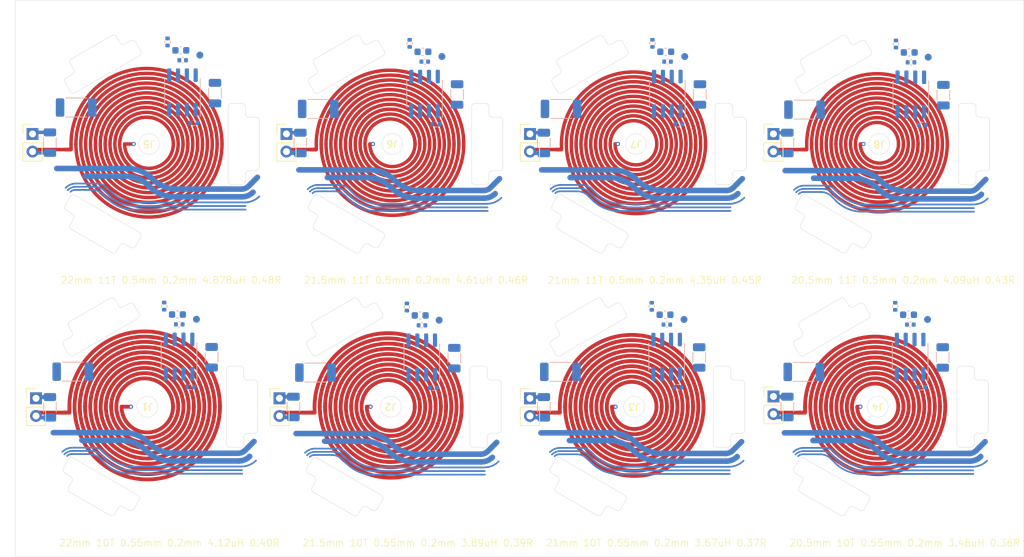
<source format=kicad_pcb>
(kicad_pcb (version 20241229) (generator "pcbnew") (generator_version "9.0")
  (layers (0 "F.Cu" signal) (4 "In1.Cu" signal) (6 "In2.Cu" signal) (2 "B.Cu" signal) (13 "F.Paste" user) (15 "B.Paste" user) (5 "F.SilkS" user "F.Silkscreen") (7 "B.SilkS" user "B.Silkscreen") (1 "F.Mask" user) (3 "B.Mask" user) (25 "Edge.Cuts" user))
  (net 0 "")
  (net 1 "Net-(J1-Pin_2)")
  (net 2 "Net-(J1-Pin_1)")
  (net 3 "Net-(J10-Pin_2)")
  (net 4 "Net-(J10-Pin_1)")
  (net 5 "Net-(J11-Pin_2)")
  (net 6 "Net-(J11-Pin_1)")
  (net 7 "Net-(J12-Pin_2)")
  (net 8 "Net-(J12-Pin_1)")
  (net 9 "Net-(J13-Pin_1)")
  (net 10 "Net-(J13-Pin_2)")
  (net 11 "Net-(J14-Pin_2)")
  (net 12 "Net-(J14-Pin_1)")
  (net 13 "Net-(J15-Pin_1)")
  (net 14 "Net-(J15-Pin_2)")
  (net 15 "Net-(J16-Pin_1)")
  (net 16 "Net-(J16-Pin_2)")
  (net 17 "/Multiplexed Chargers/Charger 6/XKT_OUT")
  (net 18 "+5VD")
  (net 19 "Net-(R19-Pad2)")
  (net 20 "/Multiplexed Chargers/ENABLE6")
  (net 21 "/Multiplexed Chargers/Charger 6/CHARGER_GND")
  (net 22 "/Multiplexed Chargers/Charger 6/RB")
  (net 24 "GND")
  (footprint "Connector_PinHeader_2.54mm:PinHeader_1x02_P2.54mm_Vertical" (layer "F.Cu") (at 58 129.225)
    (property "Reference" "J14" (hide yes))
    (property "Value" "Conn_01x02")
  )
  (footprint "COIL_GENERATOR" (layer "F.Cu") (at 108 168.43978 180)
    (property "Reference" "J3")
    (property "Value" "Conn_01x02_Socket")
  )
  (footprint "COIL_GENERATOR" (layer "F.Cu") (at 143 168.43978 180)
    (property "Reference" "J4")
    (property "Value" "Conn_01x02_Socket")
  )
  (footprint "Connector_PinHeader_2.54mm:PinHeader_1x02_P2.54mm_Vertical" (layer "F.Cu") (at 128 166.96)
    (property "Reference" "J12" (hide yes))
    (property "Value" "Conn_01x02")
  )
  (footprint "COIL_GENERATOR" (layer "F.Cu") (at 108.239325 130.673589 180)
    (property "Reference" "J7")
    (property "Value" "Conn_01x02_Socket")
  )
  (footprint "COIL_GENERATOR" (layer "F.Cu") (at 73.239325 130.672483 180)
    (property "Reference" "J6")
    (property "Value" "Conn_01x02_Socket")
  )
  (footprint "Connector_PinHeader_2.54mm:PinHeader_1x02_P2.54mm_Vertical" (layer "F.Cu") (at 93 129.225)
    (property "Reference" "J15" (hide yes))
    (property "Value" "Conn_01x02")
  )
  (footprint "Connector_PinHeader_2.54mm:PinHeader_1x02_P2.54mm_Vertical" (layer "F.Cu") (at 21.5 129.225)
    (property "Reference" "J13" (hide yes))
    (property "Value" "Conn_01x02")
  )
  (footprint "COIL_GENERATOR" (layer "F.Cu") (at 38 168.438674 180)
    (property "Reference" "J1")
    (property "Value" "Conn_01x02_Socket")
  )
  (footprint "COIL_GENERATOR" (layer "F.Cu") (at 143.239325 130.673589 180)
    (property "Reference" "J8")
    (property "Value" "Conn_01x02_Socket")
  )
  (footprint "Connector_PinHeader_2.54mm:PinHeader_1x02_P2.54mm_Vertical" (layer "F.Cu") (at 57 167.225)
    (property "Reference" "J10" (hide yes))
    (property "Value" "Conn_01x02")
  )
  (footprint "COIL_GENERATOR" (layer "F.Cu") (at 73 168.438674 180)
    (property "Reference" "J2")
    (property "Value" "Conn_01x02_Socket")
  )
  (footprint "COIL_GENERATOR" (layer "F.Cu") (at 38.239325 130.672483 180)
    (property "Reference" "J5")
    (property "Value" "Conn_01x02_Socket")
  )
  (footprint "Connector_PinHeader_2.54mm:PinHeader_1x02_P2.54mm_Vertical" (layer "F.Cu") (at 93 167.225)
    (property "Reference" "J11" (hide yes))
    (property "Value" "Conn_01x02")
  )
  (footprint "Connector_PinHeader_2.54mm:PinHeader_1x02_P2.54mm_Vertical" (layer "F.Cu") (at 22 167.225)
    (property "Reference" "J9" (hide yes))
    (property "Value" "Conn_01x02")
  )
  (footprint "Connector_PinHeader_2.54mm:PinHeader_1x02_P2.54mm_Vertical" (layer "F.Cu") (at 128 129.225)
    (property "Reference" "J16" (hide yes))
    (property "Value" "Conn_01x02")
  )
  (footprint "Capacitor_SMD:C_0402_1005Metric" (layer "B.Cu") (at 77.4817 156.7358 180)
    (property "Reference" "C27")
    (property "Value" "0.1uF 10V 20%" (hide yes))
  )
  (footprint "Resistor_SMD:R_2010_5025Metric" (layer "B.Cu") (at 132.474201 125.7308)
    (property "Reference" "R46")
    (property "Value" "500mR 0.75W 1%" (hide yes))
  )
  (footprint "Capacitor_SMD:C_1206_3216Metric" (layer "B.Cu") (at 47.731699 123.3558 90)
    (property "Reference" "C29")
    (property "Value" "33nF 50V NP0" (hide yes))
  )
  (footprint "Capacitor_SMD:C_1206_3216Metric" (layer "B.Cu") (at 117.331699 161.3558 90)
    (property "Reference" "C29")
    (property "Value" "33nF 50V NP0" (hide yes))
  )
  (footprint "Resistor_SMD:R_0402_1005Metric" (layer "B.Cu") (at 40.425 153.975 -90)
    (property "Reference" "R16")
    (property "Value" "196K 1%" (hide yes))
  )
  (footprint "Capacitor_SMD:C_0402_1005Metric" (layer "B.Cu") (at 42.595 156.605 180)
    (property "Reference" "C27")
    (property "Value" "0.1uF 10V 20%" (hide yes))
  )
  (footprint "Capacitor_SMD:C_0402_1005Metric" (layer "B.Cu") (at 147.7817 118.9358 180)
    (property "Reference" "C27")
    (property "Value" "0.1uF 10V 20%" (hide yes))
  )
  (footprint "Pixels-dice:TEST_PIN" (layer "B.Cu") (at 150.151701 155.8958 90)
    (property "Reference" "W24" (hide yes))
    (property "Value" "R" (hide yes))
  )
  (footprint "Resistor_SMD:R_0402_1005Metric" (layer "B.Cu") (at 44.209999 165.6)
    (property "Reference" "R19")
    (property "Value" "42.2K 1%" (hide yes))
  )
  (footprint "Resistor_SMD:R_2010_5025Metric" (layer "B.Cu") (at 62.574201 125.6308)
    (property "Reference" "R46")
    (property "Value" "500mR 0.75W 1%" (hide yes))
  )
  (footprint "Capacitor_SMD:C_1206_3216Metric" (layer "B.Cu") (at 82.131699 161.4558 90)
    (property "Reference" "C29")
    (property "Value" "33nF 50V NP0" (hide yes))
  )
  (footprint "Capacitor_SMD:C_1206_3216Metric" (layer "B.Cu") (at 130 130.524999 -90)
    (property "Reference" "C8" (hide yes))
    (property "Value" "33nF 50V COG")
  )
  (footprint "Capacitor_SMD:C_0603_1608Metric" (layer "B.Cu") (at 77.621701 117.4158 180)
    (property "Reference" "C28")
    (property "Value" "10uF 10V 20%" (hide yes))
  )
  (footprint "Capacitor_SMD:C_0603_1608Metric" (layer "B.Cu") (at 112.421701 155.2158 180)
    (property "Reference" "C28")
    (property "Value" "10uF 10V 20%" (hide yes))
  )
  (footprint "Capacitor_SMD:C_0603_1608Metric" (layer "B.Cu") (at 147.421701 155.2158 180)
    (property "Reference" "C28")
    (property "Value" "10uF 10V 20%" (hide yes))
  )
  (footprint "Resistor_SMD:R_2010_5025Metric" (layer "B.Cu") (at 97.374201 163.4308)
    (property "Reference" "R46")
    (property "Value" "500mR 0.75W 1%" (hide yes))
  )
  (footprint "Pixels-dice:SOIC-8_3.9x4.9mm_P1.27mm" (layer "B.Cu") (at 77.8517 123.4558 180)
    (property "Reference" "U11")
    (property "Value" "XKT511" (hide yes))
  )
  (footprint "Resistor_SMD:R_0402_1005Metric" (layer "B.Cu") (at 40.9117 116.0058 -90)
    (property "Reference" "R16")
    (property "Value" "196K 1%" (hide yes))
  )
  (footprint "Capacitor_SMD:C_0402_1005Metric" (layer "B.Cu") (at 43.0817 118.6358 180)
    (property "Reference" "C27")
    (property "Value" "0.1uF 10V 20%" (hide yes))
  )
  (footprint "Capacitor_SMD:C_1206_3216Metric" (layer "B.Cu") (at 59 168.475001 -90)
    (property "Reference" "C2" (hide yes))
    (property "Value" "33nF 50V COG")
  )
  (footprint "Resistor_SMD:R_0402_1005Metric" (layer "B.Cu") (at 110.5117 154.0058 -90)
    (property "Reference" "R16")
    (property "Value" "196K 1%" (hide yes))
  )
  (footprint "Resistor_SMD:R_0402_1005Metric" (layer "B.Cu") (at 79.096699 165.7308)
    (property "Reference" "R19")
    (property "Value" "42.2K 1%" (hide yes))
  )
  (footprint "Capacitor_SMD:C_0603_1608Metric" (layer "B.Cu") (at 147.521701 117.5158 180)
    (property "Reference" "C28")
    (property "Value" "10uF 10V 20%" (hide yes))
  )
  (footprint "Capacitor_SMD:C_1206_3216Metric" (layer "B.Cu") (at 60 130.524999 -90)
    (property "Reference" "C6" (hide yes))
    (property "Value" "33nF 50V COG")
  )
  (footprint "Capacitor_SMD:C_1206_3216Metric" (layer "B.Cu") (at 47.244999 161.325 90)
    (property "Reference" "C29")
    (property "Value" "33nF 50V NP0" (hide yes))
  )
  (footprint "Resistor_SMD:R_2010_5025Metric" (layer "B.Cu") (at 27.287501 163.4)
    (property "Reference" "R46")
    (property "Value" "500mR 0.75W 1%" (hide yes))
  )
  (footprint "Resistor_SMD:R_0402_1005Metric" (layer "B.Cu") (at 149.296699 165.6308)
    (property "Reference" "R19")
    (property "Value" "42.2K 1%" (hide yes))
  )
  (footprint "Pixels-dice:SOIC-8_3.9x4.9mm_P1.27mm" (layer "B.Cu") (at 77.4517 161.3558 180)
    (property "Reference" "U11")
    (property "Value" "XKT511" (hide yes))
  )
  (footprint "Resistor_SMD:R_2010_5025Metric" (layer "B.Cu") (at 97.474201 125.6308)
    (property "Reference" "R46")
    (property "Value" "500mR 0.75W 1%" (hide yes))
  )
  (footprint "Capacitor_SMD:C_1206_3216Metric" (layer "B.Cu") (at 24 130.475001 -90)
    (property "Reference" "C5" (hide yes))
    (property "Value" "33nF 50V COG")
  )
  (footprint "Resistor_SMD:R_0402_1005Metric" (layer "B.Cu") (at 79.496699 127.8308)
    (property "Reference" "R19")
    (property "Value" "42.2K 1%" (hide yes))
  )
  (footprint "Resistor_SMD:R_0402_1005Metric" (layer "B.Cu") (at 145.5117 154.0058 -90)
    (property "Reference" "R16")
    (property "Value" "196K 1%" (hide yes))
  )
  (footprint "Resistor_SMD:R_0402_1005Metric" (layer "B.Cu") (at 44.696699 127.6308)
    (property "Reference" "R19")
    (property "Value" "42.2K 1%" (hide yes))
  )
  (footprint "Capacitor_SMD:C_0402_1005Metric" (layer "B.Cu") (at 112.7817 118.8358 180)
    (property "Reference" "C27")
    (property "Value" "0.1uF 10V 20%" (hide yes))
  )
  (footprint "Pixels-dice:SOIC-8_3.9x4.9mm_P1.27mm" (layer "B.Cu") (at 112.7517 123.4558 180)
    (property "Reference" "U11")
    (property "Value" "XKT511" (hide yes))
  )
  (footprint "Resistor_SMD:R_2010_5025Metric" (layer "B.Cu") (at 132.374201 163.4308)
    (property "Reference" "R46")
    (property "Value" "500mR 0.75W 1%" (hide yes))
  )
  (footprint "Pixels-dice:SOIC-8_3.9x4.9mm_P1.27mm" (layer "B.Cu") (at 42.565 161.225 180)
    (property "Reference" "U11")
    (property "Value" "XKT511" (hide yes))
  )
  (footprint "Resistor_SMD:R_0402_1005Metric" (layer "B.Cu") (at 145.6117 116.3058 -90)
    (property "Reference" "R16")
    (property "Value" "196K 1%" (hide yes))
  )
  (footprint "Resistor_SMD:R_2010_5025Metric" (layer "B.Cu") (at 62.174201 163.5308)
    (property "Reference" "R46")
    (property "Value" "500mR 0.75W 1%" (hide yes))
  )
  (footprint "Resistor_SMD:R_2010_5025Metric" (layer "B.Cu") (at 27.774201 125.4308)
    (property "Reference" "R46")
    (property "Value" "500mR 0.75W 1%" (hide yes))
  )
  (footprint "Capacitor_SMD:C_0402_1005Metric" (layer "B.Cu") (at 147.6817 156.6358 180)
    (property "Reference" "C27")
    (property "Value" "0.1uF 10V 20%" (hide yes))
  )
  (footprint "Pixels-dice:TEST_PIN" (layer "B.Cu") (at 115.251701 118.0958 90)
    (property "Reference" "W24" (hide yes))
    (property "Value" "R" (hide yes))
  )
  (footprint "Capacitor_SMD:C_1206_3216Metric" (layer "B.Cu") (at 24 168.524999 -90)
    (property "Reference" "C1" (hide yes))
    (property "Value" "33nF 50V COG")
  )
  (footprint "Capacitor_SMD:C_0402_1005Metric" (layer "B.Cu") (at 112.6817 156.6358 180)
    (property "Reference" "C27")
    (property "Value" "0.1uF 10V 20%" (hide yes))
  )
  (footprint "Pixels-dice:TEST_PIN" (layer "B.Cu") (at 45.551701 117.8958 90)
    (property "Reference" "W24" (hide yes))
    (property "Value" "R" (hide yes))
  )
  (footprint "Capacitor_SMD:C_0603_1608Metric" (layer "B.Cu") (at 42.335001 155.185 180)
    (property "Reference" "C28")
    (property "Value" "10uF 10V 20%" (hide yes))
  )
  (footprint "Capacitor_SMD:C_0603_1608Metric" (layer "B.Cu") (at 42.821701 117.2158 180)
    (property "Reference" "C28")
    (property "Value" "10uF 10V 20%" (hide yes))
  )
  (footprint "Capacitor_SMD:C_1206_3216Metric" (layer "B.Cu") (at 130 168.475001 -90)
    (property "Reference" "C4" (hide yes))
    (property "Value" "33nF 50V COG")
  )
  (footprint "Pixels-dice:SOIC-8_3.9x4.9mm_P1.27mm" (layer "B.Cu") (at 43.0517 123.2558 180)
    (property "Reference" "U11")
    (property "Value" "XKT511" (hide yes))
  )
  (footprint "Capacitor_SMD:C_1206_3216Metric" (layer "B.Cu") (at 152.331699 161.3558 90)
    (property "Reference" "C29")
    (property "Value" "33nF 50V NP0" (hide yes))
  )
  (footprint "Resistor_SMD:R_0402_1005Metric" (layer "B.Cu") (at 75.3117 154.1058 -90)
    (property "Reference" "R16")
    (property "Value" "196K 1%" (hide yes))
  )
  (footprint "Capacitor_SMD:C_1206_3216Metric" (layer "B.Cu") (at 95 168.524999 -90)
    (property "Reference" "C3" (hide yes))
    (property "Value" "33nF 50V COG")
  )
  (footprint "Pixels-dice:TEST_PIN" (layer "B.Cu") (at 80.351701 118.0958 90)
    (property "Reference" "W24" (hide yes))
    (property "Value" "R" (hide yes))
  )
  (footprint "Capacitor_SMD:C_1206_3216Metric" (layer "B.Cu") (at 117.431699 123.5558 90)
    (property "Reference" "C29")
    (property "Value" "33nF 50V NP0" (hide yes))
  )
  (footprint "Pixels-dice:SOIC-8_3.9x4.9mm_P1.27mm" (layer "B.Cu") (at 147.6517 161.2558 180)
    (property "Reference" "U11")
    (property "Value" "XKT511" (hide yes))
  )
  (footprint "Pixels-dice:SOIC-8_3.9x4.9mm_P1.27mm" (layer "B.Cu") (at 112.6517 161.2558 180)
    (property "Reference" "U11")
    (property "Value" "XKT511" (hide yes))
  )
  (footprint "Capacitor_SMD:C_0603_1608Metric" (layer "B.Cu") (at 112.521701 117.4158 180)
    (property "Reference" "C28")
    (property "Value" "10uF 10V 20%" (hide yes))
  )
  (footprint "Pixels-dice:TEST_PIN" (layer "B.Cu") (at 79.951701 155.9958 90)
    (property "Reference" "W24" (hide yes))
    (property "Value" "R" (hide yes))
  )
  (footprint "Resistor_SMD:R_0402_1005Metric" (layer "B.Cu") (at 110.6117 116.2058 -90)
    (property "Reference" "R16")
    (property "Value" "196K 1%" (hide yes))
  )
  (footprint "Resistor_SMD:R_0402_1005Metric" (layer "B.Cu") (at 75.7117 116.2058 -90)
    (property "Reference" "R16")
    (property "Value" "196K 1%" (hide yes))
  )
  (footprint "Pixels-dice:TEST_PIN" (layer "B.Cu") (at 115.151701 155.8958 90)
    (property "Reference" "W24" (hide yes))
    (property "Value" "R" (hide yes))
  )
  (footprint "Capacitor_SMD:C_0603_1608Metric" (layer "B.Cu") (at 77.221701 155.3158 180)
    (property "Reference" "C28")
    (property "Value" "10uF 10V 20%" (hide yes))
  )
  (footprint "Resistor_SMD:R_0402_1005Metric" (layer "B.Cu") (at 114.396699 127.8308)
    (property "Reference" "R19")
    (property "Value" "42.2K 1%" (hide yes))
  )
  (footprint "Capacitor_SMD:C_0402_1005Metric" (layer "B.Cu") (at 77.8817 118.8358 180)
    (property "Reference" "C27")
    (property "Value" "0.1uF 10V 20%" (hide yes))
  )
  (footprint "Capacitor_SMD:C_1206_3216Metric" (layer "B.Cu") (at 152.431699 123.6558 90)
    (property "Reference" "C29")
    (property "Value" "33nF 50V NP0" (hide yes))
  )
  (footprint "Capacitor_SMD:C_1206_3216Metric" (layer "B.Cu") (at 95 130.524999 -90)
    (property "Reference" "C7" (hide yes))
    (property "Value" "33nF 50V COG")
  )
  (footprint "Pixels-dice:SOIC-8_3.9x4.9mm_P1.27mm" (layer "B.Cu") (at 147.7517 123.5558 180)
    (property "Reference" "U11")
    (property "Value" "XKT511" (hide yes))
  )
  (footprint "Pixels-dice:TEST_PIN" (layer "B.Cu") (at 150.251701 118.1958 90)
    (property "Reference" "W24" (hide yes))
    (property "Value" "R" (hide yes))
  )
  (footprint "Pixels-dice:TEST_PIN" (layer "B.Cu") (at 45.065001 155.865 90)
    (property "Reference" "W24" (hide yes))
    (property "Value" "R" (hide yes))
  )
  (footprint "Resistor_SMD:R_0402_1005Metric" (layer "B.Cu") (at 149.396699 127.9308)
    (property "Reference" "R19")
    (property "Value" "42.2K 1%" (hide yes))
  )
  (footprint "Capacitor_SMD:C_1206_3216Metric" (layer "B.Cu") (at 82.531699 123.5558 90)
    (property "Reference" "C29")
    (property "Value" "33nF 50V NP0" (hide yes))
  )
  (footprint "Resistor_SMD:R_0402_1005Metric" (layer "B.Cu") (at 114.296699 165.6308)
    (property "Reference" "R19")
    (property "Value" "42.2K 1%" (hide yes))
  )
  (gr_line (start 105.373159 183.319563) (end 104.507272 182.819643) (stroke (width 0.05)) (layer "Edge.Cuts"))
  (gr_line (start 84.612063 136.004475) (end 84.612063 125.335983) (stroke (width 0.05)) (layer "Edge.Cuts"))
  (gr_line (start 71.802287 181.843226) (end 71.056252 183.135397) (stroke (width 0.05)) (layer "Edge.Cuts"))
  (gr_line (start 138.337232 153.035697) (end 138.833266 153.894852) (stroke (width 0.05)) (layer "Edge.Cuts"))
  (gr_line (start 26.947499 123.137122) (end 26.197595 121.838251) (stroke (width 0.05)) (layer "Edge.Cuts"))
  (gr_line (start 34.759546 116.317433) (end 35.625521 115.817463) (stroke (width 0.05)) (layer "Edge.Cuts"))
  (gr_arc (start 137.654258 152.852663) (mid 138.033636 152.802739) (end 138.337171 153.035733) (stroke (width 0.05)) (layer "Edge.Cuts"))
  (gr_arc (start 119.8727 174.278487) (mid 119.516778 174.129659) (end 119.372738 173.771772) (stroke (width 0.05)) (layer "Edge.Cuts"))
  (gr_line (start 33.576557 115.2684) (end 34.072591 116.127555) (stroke (width 0.05)) (layer "Edge.Cuts"))
  (gr_arc (start 124.112063 134.012389) (mid 123.963661 134.367861) (end 123.606558 134.512296) (stroke (width 0.05)) (layer "Edge.Cuts"))
  (gr_line (start 104.520221 154.08473) (end 105.386196 153.58476) (stroke (width 0.05)) (layer "Edge.Cuts"))
  (gr_line (start 96.380628 121.156109) (end 97.241179 120.65927) (stroke (width 0.05)) (layer "Edge.Cuts"))
  (gr_line (start 131.994049 178.481882) (end 131.128129 177.981943) (stroke (width 0.05)) (layer "Edge.Cuts"))
  (gr_line (start 121.367233 174.278487) (end 119.8727 174.278487) (stroke (width 0.05)) (layer "Edge.Cuts"))
  (gr_arc (start 61.197596 121.838251) (mid 61.147631 121.458739) (end 61.380657 121.155055) (stroke (width 0.05)) (layer "Edge.Cuts"))
  (gr_line (start 106.308604 116.001551) (end 107.058706 117.300765) (stroke (width 0.05)) (layer "Edge.Cuts"))
  (gr_arc (start 61.690288 156.872332) (mid 61.640326 156.492833) (end 61.873345 156.189161) (stroke (width 0.05)) (layer "Edge.Cuts"))
  (gr_arc (start 122.3727 164.603192) (mid 122.021647 164.459233) (end 121.872738 164.09611) (stroke (width 0.05)) (layer "Edge.Cuts"))
  (gr_line (start 97.112657 118.424053) (end 102.893583 115.086471) (stroke (width 0.05)) (layer "Edge.Cuts"))
  (gr_arc (start 87.3727 164.602086) (mid 87.021647 164.458127) (end 86.872738 164.095004) (stroke (width 0.05)) (layer "Edge.Cuts"))
  (gr_arc (start 62.099448 142.946654) (mid 61.866027 142.641272) (end 61.918268 142.260591) (stroke (width 0.05)) (layer "Edge.Cuts"))
  (gr_line (start 68.576557 115.2684) (end 69.072591 116.127555) (stroke (width 0.05)) (layer "Edge.Cuts"))
  (gr_line (start 104.759546 116.318539) (end 105.625521 115.818569) (stroke (width 0.05)) (layer "Edge.Cuts"))
  (gr_line (start 26.708174 160.903313) (end 25.95827 159.604442) (stroke (width 0.05)) (layer "Edge.Cuts"))
  (gr_arc (start 96.93437 138.233807) (mid 97.240973 138) (end 97.622785 138.053766) (stroke (width 0.05)) (layer "Edge.Cuts"))
  (gr_arc (start 87.112063 136.011283) (mid 86.963661 136.366755) (end 86.606558 136.51119) (stroke (width 0.05)) (layer "Edge.Cuts"))
  (gr_line (start 33.824088 183.001617) (end 33.324211 183.86743) (stroke (width 0.05)) (layer "Edge.Cuts"))
  (gr_line (start 51.872738 163.102086) (end 51.872738 164.095004) (stroke (width 0.05)) (layer "Edge.Cuts"))
  (gr_arc (start 61.367454 140.214646) (mid 61.13451 139.91105) (end 61.184491 139.531662) (stroke (width 0.05)) (layer "Edge.Cuts"))
  (gr_line (start 102.880369 146.285396) (end 97.099448 142.94776) (stroke (width 0.05)) (layer "Edge.Cuts"))
  (gr_line (start 69.759546 116.317433) (end 70.625521 115.817463) (stroke (width 0.05)) (layer "Edge.Cuts"))
  (gr_arc (start 97.190232 157.739369) (mid 97.240973 158.115816) (end 97.001854 158.425461) (stroke (width 0.05)) (layer "Edge.Cuts"))
  (gr_arc (start 122.112063 135.012389) (mid 122.258528 134.658792) (end 122.612125 134.512328) (stroke (width 0.05)) (layer "Edge.Cuts"))
  (gr_line (start 131.184434 139.532735) (end 131.93437 138.233807) (stroke (width 0.05)) (layer "Edge.Cuts"))
  (gr_arc (start 51.612025 124.835895) (mid 51.965574 124.982342) (end 52.112011 125.335895) (stroke (width 0.05)) (layer "Edge.Cuts"))
  (gr_arc (start 68.563536 146.101239) (mid 68.259863 146.334255) (end 67.880367 146.284293) (stroke (width 0.05)) (layer "Edge.Cuts"))
  (gr_line (start 32.880369 146.28429) (end 27.099448 142.946654) (stroke (width 0.05)) (layer "Edge.Cuts"))
  (gr_line (start 62.429557 119.972072) (end 61.929612 119.106141) (stroke (width 0.05)) (layer "Edge.Cuts"))
  (gr_arc (start 137.893583 115.086472) (mid 138.272961 115.036548) (end 138.576496 115.269542) (stroke (width 0.05)) (layer "Edge.Cuts"))
  (gr_line (start 25.945109 177.29782) (end 26.695045 175.998892) (stroke (width 0.05)) (layer "Edge.Cuts"))
  (gr_arc (start 140.386196 153.58476) (mid 140.765612 153.534809) (end 141.069218 153.767777) (stroke (width 0.05)) (layer "Edge.Cuts"))
  (gr_line (start 104.063413 145.236532) (end 103.563536 146.102345) (stroke (width 0.05)) (layer "Edge.Cuts"))
  (gr_arc (start 97.233374 140.715691) (mid 97.466383 141.019354) (end 97.416421 141.398839) (stroke (width 0.05)) (layer "Edge.Cuts"))
  (gr_arc (start 37.058705 117.299659) (mid 37.107616 117.68272) (end 36.869012 117.986284) (stroke (width 0.05)) (layer "Edge.Cuts"))
  (gr_arc (start 122.112063 136.012389) (mid 121.963661 136.367861) (end 121.606558 136.512296) (stroke (width 0.05)) (layer "Edge.Cuts"))
  (gr_line (start 124.112063 127.337001) (end 124.112063 134.012389) (stroke (width 0.05)) (layer "Edge.Cuts"))
  (gr_line (start 71.869012 117.986284) (end 62.630452 123.320169) (stroke (width 0.05)) (layer "Edge.Cuts"))
  (gr_arc (start 139.759546 116.318538) (mid 139.383911 116.369497) (end 139.072591 116.128661) (stroke (width 0.05)) (layer "Edge.Cuts"))
  (gr_arc (start 141.295577 145.370312) (mid 140.991946 145.603296) (end 140.612502 145.55334) (stroke (width 0.05)) (layer "Edge.Cuts"))
  (gr_line (start 139.759546 116.318539) (end 140.625521 115.818569) (stroke (width 0.05)) (layer "Edge.Cuts"))
  (gr_arc (start 27.391127 161.086359) (mid 27.011758 161.136277) (end 26.708241 160.903273) (stroke (width 0.05)) (layer "Edge.Cuts"))
  (gr_line (start 122.3727 164.603192) (end 123.3727 164.603192) (stroke (width 0.05)) (layer "Edge.Cuts"))
  (gr_line (start 139.063413 145.236532) (end 138.563536 146.102345) (stroke (width 0.05)) (layer "Edge.Cuts"))
  (gr_arc (start 71.862544 143.387237) (mid 72.096521 143.69464) (end 72.041612 144.077035) (stroke (width 0.05)) (layer "Edge.Cuts"))
  (gr_arc (start 131.93437 138.233807) (mid 132.240973 138) (end 132.622785 138.053766) (stroke (width 0.05)) (layer "Edge.Cuts"))
  (gr_arc (start 50.112025 136.51119) (mid 49.756103 136.362362) (end 49.612063 136.004475) (stroke (width 0.05)) (layer "Edge.Cuts"))
  (gr_line (start 138.576557 115.269506) (end 139.072591 116.128661) (stroke (width 0.05)) (layer "Edge.Cuts"))
  (gr_arc (start 84.372738 163.102174) (mid 84.522266 162.745498) (end 84.881445 162.602086) (stroke (width 0.05)) (layer "Edge.Cuts"))
  (gr_arc (start 35.625521 115.817463) (mid 36.004937 115.767512) (end 36.308543 116.00048) (stroke (width 0.05)) (layer "Edge.Cuts"))
  (gr_line (start 87.612025 126.835895) (end 88.612025 126.835895) (stroke (width 0.05)) (layer "Edge.Cuts"))
  (gr_line (start 36.069279 153.766636) (end 36.819381 155.06585) (stroke (width 0.05)) (layer "Edge.Cuts"))
  (gr_line (start 156.872738 163.103192) (end 156.872738 164.09611) (stroke (width 0.05)) (layer "Edge.Cuts"))
  (gr_line (start 36.869012 117.986284) (end 27.630452 123.320169) (stroke (width 0.05)) (layer "Edge.Cuts"))
  (gr_arc (start 106.056252 183.136503) (mid 105.752621 183.369487) (end 105.373177 183.319531) (stroke (width 0.05)) (layer "Edge.Cuts"))
  (gr_arc (start 96.690288 156.873438) (mid 96.640326 156.493939) (end 96.873345 156.190267) (stroke (width 0.05)) (layer "Edge.Cuts"))
  (gr_line (start 131.708174 160.904419) (end 130.95827 159.605548) (stroke (width 0.05)) (layer "Edge.Cuts"))
  (gr_line (start 156.872738 172.77858) (end 156.872738 173.77858) (stroke (width 0.05)) (layer "Edge.Cuts"))
  (gr_line (start 26.918268 142.260591) (end 27.416435 141.39774) (stroke (width 0.05)) (layer "Edge.Cuts"))
  (gr_arc (start 89.112063 134.011283) (mid 88.963661 134.366755) (end 88.606558 134.51119) (stroke (width 0.05)) (layer "Edge.Cuts"))
  (gr_line (start 130.945109 177.298926) (end 131.695045 175.999998) (stroke (width 0.05)) (layer "Edge.Cuts"))
  (gr_arc (start 27.233374 140.714585) (mid 27.466383 141.018248) (end 27.416421 141.397733) (stroke (width 0.05)) (layer "Edge.Cuts"))
  (gr_arc (start 61.994049 178.480776) (mid 62.227058 178.784439) (end 62.177096 179.163924) (stroke (width 0.05)) (layer "Edge.Cuts"))
  (gr_arc (start 131.690288 156.873438) (mid 131.640326 156.493939) (end 131.873345 156.190267) (stroke (width 0.05)) (layer "Edge.Cuts"))
  (gr_line (start 154.881445 162.603192) (end 156.3727 162.603192) (stroke (width 0.05)) (layer "Edge.Cuts"))
  (gr_arc (start 49.612063 125.335983) (mid 49.761591 124.979307) (end 50.12077 124.835895) (stroke (width 0.05)) (layer "Edge.Cuts"))
  (gr_arc (start 88.872738 171.777474) (mid 88.724336 172.132946) (end 88.367233 172.277381) (stroke (width 0.05)) (layer "Edge.Cuts"))
  (gr_arc (start 86.3727 162.602086) (mid 86.726249 162.748533) (end 86.872686 163.102086) (stroke (width 0.05)) (layer "Edge.Cuts"))
  (gr_line (start 154.612063 136.005581) (end 154.612063 125.337089) (stroke (width 0.05)) (layer "Edge.Cuts"))
  (gr_line (start 96.873332 156.190244) (end 102.654258 152.852662) (stroke (width 0.05)) (layer "Edge.Cuts"))
  (gr_arc (start 53.3727 164.602086) (mid 53.726249 164.748533) (end 53.872686 165.102086) (stroke (width 0.05)) (layer "Edge.Cuts"))
  (gr_line (start 158.606558 134.512296) (end 157.612125 134.512296) (stroke (width 0.05)) (layer "Edge.Cuts"))
  (gr_arc (start 96.128129 177.981943) (mid 95.895185 177.678347) (end 95.945166 177.298959) (stroke (width 0.05)) (layer "Edge.Cuts"))
  (gr_arc (start 130.958271 159.605548) (mid 130.908306 159.226036) (end 131.141332 158.922352) (stroke (width 0.05)) (layer "Edge.Cuts"))
  (gr_arc (start 106.623219 181.154534) (mid 106.857196 181.461937) (end 106.802287 181.844332) (stroke (width 0.05)) (layer "Edge.Cuts"))
  (gr_arc (start 120.112025 136.512296) (mid 119.756103 136.363468) (end 119.612063 136.005581) (stroke (width 0.05)) (layer "Edge.Cuts"))
  (gr_line (start 68.337232 153.034591) (end 68.833266 153.893746) (stroke (width 0.05)) (layer "Edge.Cuts"))
  (gr_arc (start 54.112063 134.011283) (mid 53.963661 134.366755) (end 53.606558 134.51119) (stroke (width 0.05)) (layer "Edge.Cuts"))
  (gr_arc (start 71.056252 183.135397) (mid 70.752621 183.368381) (end 70.373177 183.318425) (stroke (width 0.05)) (layer "Edge.Cuts"))
  (gr_line (start 61.141303 158.921194) (end 62.001854 158.424355) (stroke (width 0.05)) (layer "Edge.Cuts"))
  (gr_arc (start 34.520221 154.083623) (mid 34.144586 154.134582) (end 33.833266 153.893746) (stroke (width 0.05)) (layer "Edge.Cuts"))
  (gr_arc (start 87.112063 135.011283) (mid 87.258528 134.657686) (end 87.612125 134.511222) (stroke (width 0.05)) (layer "Edge.Cuts"))
  (gr_line (start 61.947499 123.137122) (end 61.197595 121.838251) (stroke (width 0.05)) (layer "Edge.Cuts"))
  (gr_line (start 26.873332 156.189138) (end 32.654258 152.851556) (stroke (width 0.05)) (layer "Edge.Cuts"))
  (gr_arc (start 51.3727 162.602086) (mid 51.726249 162.748533) (end 51.872686 163.102086) (stroke (width 0.05)) (layer "Edge.Cuts"))
  (gr_line (start 97.622785 138.053766) (end 106.862544 143.388343) (stroke (width 0.05)) (layer "Edge.Cuts"))
  (gr_line (start 62.190232 157.738263) (end 61.690287 156.872332) (stroke (width 0.05)) (layer "Edge.Cuts"))
  (gr_arc (start 141.056252 183.136503) (mid 140.752621 183.369487) (end 140.373177 183.319531) (stroke (width 0.05)) (layer "Edge.Cuts"))
  (gr_line (start 140.612484 145.553372) (end 139.746597 145.053452) (stroke (width 0.05)) (layer "Edge.Cuts"))
  (gr_arc (start 62.630452 123.320168) (mid 62.251083 123.370086) (end 61.947566 123.137082) (stroke (width 0.05)) (layer "Edge.Cuts"))
  (gr_arc (start 103.824088 183.002723) (mid 104.127761 182.769707) (end 104.507256 182.81967) (stroke (width 0.05)) (layer "Edge.Cuts"))
  (gr_arc (start 25.958271 159.604442) (mid 25.908306 159.22493) (end 26.141332 158.921246) (stroke (width 0.05)) (layer "Edge.Cuts"))
  (gr_line (start 131.141303 158.9223) (end 132.001854 158.425461) (stroke (width 0.05)) (layer "Edge.Cuts"))
  (gr_line (start 96.678943 180.027888) (end 97.17711 179.165037) (stroke (width 0.05)) (layer "Edge.Cuts"))
  (gr_line (start 122.612025 126.837001) (end 123.612025 126.837001) (stroke (width 0.05)) (layer "Edge.Cuts"))
  (gr_line (start 71.069279 153.766636) (end 71.819381 155.06585) (stroke (width 0.05)) (layer "Edge.Cuts"))
  (gr_arc (start 138.824088 183.002723) (mid 139.127761 182.769707) (end 139.507256 182.81967) (stroke (width 0.05)) (layer "Edge.Cuts"))
  (gr_line (start 131.873332 156.190244) (end 137.654258 152.852662) (stroke (width 0.05)) (layer "Edge.Cuts"))
  (gr_line (start 51.367233 174.277381) (end 49.8727 174.277381) (stroke (width 0.05)) (layer "Edge.Cuts"))
  (gr_arc (start 97.099448 142.94776) (mid 96.866027 142.642378) (end 96.918268 142.261697) (stroke (width 0.05)) (layer "Edge.Cuts"))
  (gr_line (start 27.190232 157.738263) (end 26.690287 156.872332) (stroke (width 0.05)) (layer "Edge.Cuts"))
  (gr_line (start 62.233374 140.714585) (end 61.367454 140.214646) (stroke (width 0.05)) (layer "Edge.Cuts"))
  (gr_arc (start 61.695045 175.998892) (mid 62.001648 175.765085) (end 62.38346 175.818851) (stroke (width 0.05)) (layer "Edge.Cuts"))
  (gr_line (start 54.112063 127.335895) (end 54.112063 134.011283) (stroke (width 0.05)) (layer "Edge.Cuts"))
  (gr_line (start 105.612484 145.553372) (end 104.746597 145.053452) (stroke (width 0.05)) (layer "Edge.Cuts"))
  (gr_arc (start 72.058705 117.299659) (mid 72.107616 117.68272) (end 71.869012 117.986284) (stroke (width 0.05)) (layer "Edge.Cuts"))
  (gr_circle (center 38.239325 130.672483) (end 36.739325 130.672483) (stroke (width 0.05)) (fill no) (layer "Edge.Cuts"))
  (gr_arc (start 141.81938 155.066956) (mid 141.868291 155.450017) (end 141.629687 155.753581) (stroke (width 0.05)) (layer "Edge.Cuts"))
  (gr_arc (start 61.860123 180.712845) (mid 61.626702 180.407463) (end 61.678943 180.026782) (stroke (width 0.05)) (layer "Edge.Cuts"))
  (gr_arc (start 131.994049 178.481882) (mid 132.227058 178.785545) (end 132.177096 179.16503) (stroke (width 0.05)) (layer "Edge.Cuts"))
  (gr_arc (start 49.372738 163.102174) (mid 49.522266 162.745498) (end 49.881445 162.602086) (stroke (width 0.05)) (layer "Edge.Cuts"))
  (gr_arc (start 122.612025 126.837001) (mid 122.260972 126.693042) (end 122.112063 126.329919) (stroke (width 0.05)) (layer "Edge.Cuts"))
  (gr_circle (center 108.239325 130.673589) (end 106.739325 130.673589) (stroke (width 0.05)) (fill no) (layer "Edge.Cuts"))
  (gr_arc (start 158.612025 126.837001) (mid 158.965574 126.983448) (end 159.112011 127.337001) (stroke (width 0.05)) (layer "Edge.Cuts"))
  (gr_line (start 132.112657 118.424053) (end 137.893583 115.086471) (stroke (width 0.05)) (layer "Edge.Cuts"))
  (gr_arc (start 71.295577 145.369206) (mid 70.991946 145.60219) (end 70.612502 145.552234) (stroke (width 0.05)) (layer "Edge.Cuts"))
  (gr_line (start 97.190232 157.739369) (end 96.690287 156.873438) (stroke (width 0.05)) (layer "Edge.Cuts"))
  (gr_line (start 35.612484 145.552266) (end 34.746597 145.052346) (stroke (width 0.05)) (layer "Edge.Cuts"))
  (gr_arc (start 158.3727 164.603192) (mid 158.726249 164.749639) (end 158.872686 165.103192) (stroke (width 0.05)) (layer "Edge.Cuts"))
  (gr_arc (start 51.872738 173.777474) (mid 51.724336 174.132946) (end 51.367233 174.277381) (stroke (width 0.05)) (layer "Edge.Cuts"))
  (gr_circle (center 143.239325 130.673589) (end 141.739325 130.673589) (stroke (width 0.05)) (fill no) (layer "Edge.Cuts"))
  (gr_line (start 36.308604 116.000445) (end 37.058706 117.299659) (stroke (width 0.05)) (layer "Edge.Cuts"))
  (gr_line (start 123.872738 165.103192) (end 123.872738 171.77858) (stroke (width 0.05)) (layer "Edge.Cuts"))
  (gr_line (start 50.12077 124.835895) (end 51.612025 124.835895) (stroke (width 0.05)) (layer "Edge.Cuts"))
  (gr_arc (start 121.3727 162.603192) (mid 121.726249 162.749639) (end 121.872686 163.103192) (stroke (width 0.05)) (layer "Edge.Cuts"))
  (gr_line (start 61.380628 121.155003) (end 62.241179 120.658164) (stroke (width 0.05)) (layer "Edge.Cuts"))
  (gr_arc (start 97.630452 123.321274) (mid 97.251083 123.371192) (end 96.947566 123.138188) (stroke (width 0.05)) (layer "Edge.Cuts"))
  (gr_line (start 159.112063 127.337001) (end 159.112063 134.012389) (stroke (width 0.05)) (layer "Edge.Cuts"))
  (gr_line (start 131.947499 123.138228) (end 131.197595 121.839357) (stroke (width 0.05)) (layer "Edge.Cuts"))
  (gr_line (start 53.606558 134.51119) (end 52.612125 134.51119) (stroke (width 0.05)) (layer "Edge.Cuts"))
  (gr_arc (start 68.824088 183.001617) (mid 69.127761 182.768601) (end 69.507256 182.818564) (stroke (width 0.05)) (layer "Edge.Cuts"))
  (gr_arc (start 97.391127 161.087465) (mid 97.011758 161.137383) (end 96.708241 160.904379) (stroke (width 0.05)) (layer "Edge.Cuts"))
  (gr_arc (start 131.197596 121.839357) (mid 131.147631 121.459845) (end 131.380657 121.156161) (stroke (width 0.05)) (layer "Edge.Cuts"))
  (gr_arc (start 62.190232 157.738263) (mid 62.240973 158.11471) (end 62.001854 158.424355) (stroke (width 0.05)) (layer "Edge.Cuts"))
  (gr_arc (start 26.690288 156.872332) (mid 26.640326 156.492833) (end 26.873345 156.189161) (stroke (width 0.05)) (layer "Edge.Cuts"))
  (gr_arc (start 86.872738 172.777474) (mid 87.019203 172.423877) (end 87.3728 172.277413) (stroke (width 0.05)) (layer "Edge.Cuts"))
  (gr_line (start 26.994049 178.480776) (end 26.128129 177.980837) (stroke (width 0.05)) (layer "Edge.Cuts"))
  (gr_arc (start 84.612063 125.335983) (mid 84.761591 124.979307) (end 85.12077 124.835895) (stroke (width 0.05)) (layer "Edge.Cuts"))
  (gr_line (start 132.429557 119.973178) (end 131.929612 119.107247) (stroke (width 0.05)) (layer "Edge.Cuts"))
  (gr_line (start 138.824088 183.002723) (end 138.324211 183.868536) (stroke (width 0.05)) (layer "Edge.Cuts"))
  (gr_arc (start 27.190232 157.738263) (mid 27.240973 158.11471) (end 27.001854 158.424355) (stroke (width 0.05)) (layer "Edge.Cuts"))
  (gr_line (start 26.184434 139.531629) (end 26.93437 138.232701) (stroke (width 0.05)) (layer "Edge.Cuts"))
  (gr_arc (start 106.862544 143.388343) (mid 107.096521 143.695746) (end 107.041612 144.078141) (stroke (width 0.05)) (layer "Edge.Cuts"))
  (gr_line (start 52.612025 126.835895) (end 53.612025 126.835895) (stroke (width 0.05)) (layer "Edge.Cuts"))
  (gr_arc (start 119.612063 125.337089) (mid 119.761591 124.980413) (end 120.12077 124.837001) (stroke (width 0.05)) (layer "Edge.Cuts"))
  (gr_line (start 96.141303 158.9223) (end 97.001854 158.425461) (stroke (width 0.05)) (layer "Edge.Cuts"))
  (gr_line (start 85.12077 124.835895) (end 86.612025 124.835895) (stroke (width 0.05)) (layer "Edge.Cuts"))
  (gr_arc (start 26.929613 119.106141) (mid 26.879651 118.726642) (end 27.11267 118.42297) (stroke (width 0.05)) (layer "Edge.Cuts"))
  (gr_line (start 62.622785 138.05266) (end 71.862544 143.387237) (stroke (width 0.05)) (layer "Edge.Cuts"))
  (gr_line (start 27.38346 175.818851) (end 36.623219 181.153428) (stroke (width 0.05)) (layer "Edge.Cuts"))
  (gr_arc (start 157.3727 164.603192) (mid 157.021647 164.459233) (end 156.872738 164.09611) (stroke (width 0.05)) (layer "Edge.Cuts"))
  (gr_arc (start 132.099448 142.94776) (mid 131.866027 142.642378) (end 131.918268 142.261697) (stroke (width 0.05)) (layer "Edge.Cuts"))
  (gr_arc (start 96.860123 180.713951) (mid 96.626702 180.408569) (end 96.678943 180.027888) (stroke (width 0.05)) (layer "Edge.Cuts"))
  (gr_arc (start 36.295577 145.369206) (mid 35.991946 145.60219) (end 35.612502 145.552234) (stroke (width 0.05)) (layer "Edge.Cuts"))
  (gr_line (start 97.429557 119.973178) (end 96.929612 119.107247) (stroke (width 0.05)) (layer "Edge.Cuts"))
  (gr_line (start 122.112063 135.012389) (end 122.112063 136.012389) (stroke (width 0.05)) (layer "Edge.Cuts"))
  (gr_line (start 36.802287 181.843226) (end 36.056252 183.135397) (stroke (width 0.05)) (layer "Edge.Cuts"))
  (gr_line (start 26.141303 158.921194) (end 27.001854 158.424355) (stroke (width 0.05)) (layer "Edge.Cuts"))
  (gr_line (start 132.38346 175.819957) (end 141.623219 181.154534) (stroke (width 0.05)) (layer "Edge.Cuts"))
  (gr_arc (start 103.324211 183.868536) (mid 103.020538 184.101552) (end 102.641042 184.05159) (stroke (width 0.05)) (layer "Edge.Cuts"))
  (gr_line (start 119.612063 136.005581) (end 119.612063 125.337089) (stroke (width 0.05)) (layer "Edge.Cuts"))
  (gr_arc (start 96.197596 121.839357) (mid 96.147631 121.459845) (end 96.380657 121.156161) (stroke (width 0.05)) (layer "Edge.Cuts"))
  (gr_arc (start 140.625521 115.818569) (mid 141.004937 115.768618) (end 141.308543 116.001586) (stroke (width 0.05)) (layer "Edge.Cuts"))
  (gr_arc (start 96.929613 119.107247) (mid 96.879651 118.727748) (end 97.11267 118.424076) (stroke (width 0.05)) (layer "Edge.Cuts"))
  (gr_line (start 36.629687 155.752475) (end 27.391127 161.08636) (stroke (width 0.05)) (layer "Edge.Cuts"))
  (gr_line (start 141.629687 155.753581) (end 132.391127 161.087466) (stroke (width 0.05)) (layer "Edge.Cuts"))
  (gr_line (start 84.881445 162.602086) (end 86.3727 162.602086) (stroke (width 0.05)) (layer "Edge.Cuts"))
  (gr_arc (start 84.8727 174.277381) (mid 84.516778 174.128553) (end 84.372738 173.770666) (stroke (width 0.05)) (layer "Edge.Cuts"))
  (gr_arc (start 32.654258 152.851557) (mid 33.033636 152.801633) (end 33.337171 153.034627) (stroke (width 0.05)) (layer "Edge.Cuts"))
  (gr_arc (start 156.612025 124.837001) (mid 156.965574 124.983448) (end 157.112011 125.337001) (stroke (width 0.05)) (layer "Edge.Cuts"))
  (gr_line (start 157.3727 164.603192) (end 158.3727 164.603192) (stroke (width 0.05)) (layer "Edge.Cuts"))
  (gr_arc (start 33.324211 183.86743) (mid 33.020538 184.100446) (end 32.641042 184.050484) (stroke (width 0.05)) (layer "Edge.Cuts"))
  (gr_arc (start 131.860123 180.713951) (mid 131.626702 180.408569) (end 131.678943 180.027888) (stroke (width 0.05)) (layer "Edge.Cuts"))
  (gr_arc (start 88.3727 164.602086) (mid 88.726249 164.748533) (end 88.872686 165.102086) (stroke (width 0.05)) (layer "Edge.Cuts"))
  (gr_line (start 139.520221 154.08473) (end 140.386196 153.58476) (stroke (width 0.05)) (layer "Edge.Cuts"))
  (gr_arc (start 119.372738 163.10328) (mid 119.522266 162.746604) (end 119.881445 162.603192) (stroke (width 0.05)) (layer "Edge.Cuts"))
  (gr_line (start 89.112063 127.335895) (end 89.112063 134.011283) (stroke (width 0.05)) (layer "Edge.Cuts"))
  (gr_arc (start 102.654258 152.852663) (mid 103.033636 152.802739) (end 103.337171 153.035733) (stroke (width 0.05)) (layer "Edge.Cuts"))
  (gr_line (start 103.576557 115.269506) (end 104.072591 116.128661) (stroke (width 0.05)) (layer "Edge.Cuts"))
  (gr_arc (start 97.429557 119.973178) (mid 97.480298 120.349625) (end 97.241179 120.65927) (stroke (width 0.05)) (layer "Edge.Cuts"))
  (gr_arc (start 86.872738 173.777474) (mid 86.724336 174.132946) (end 86.367233 174.277381) (stroke (width 0.05)) (layer "Edge.Cuts"))
  (gr_arc (start 27.429557 119.972072) (mid 27.480298 120.348519) (end 27.241179 120.658164) (stroke (width 0.05)) (layer "Edge.Cuts"))
  (gr_arc (start 132.429557 119.973178) (mid 132.480298 120.349625) (end 132.241179 120.65927) (stroke (width 0.05)) (layer "Edge.Cuts"))
  (gr_arc (start 107.058705 117.300765) (mid 107.107616 117.683826) (end 106.869012 117.98739) (stroke (width 0.05)) (layer "Edge.Cuts"))
  (gr_line (start 51.872738 172.777474) (end 51.872738 173.777474) (stroke (width 0.05)) (layer "Edge.Cuts"))
  (gr_arc (start 155.112025 136.512296) (mid 154.756103 136.363468) (end 154.612063 136.005581) (stroke (width 0.05)) (layer "Edge.Cuts"))
  (gr_arc (start 141.862544 143.388343) (mid 142.096521 143.695746) (end 142.041612 144.078141) (stroke (width 0.05)) (layer "Edge.Cuts"))
  (gr_arc (start 105.625521 115.818569) (mid 106.004937 115.768618) (end 106.308543 116.001586) (stroke (width 0.05)) (layer "Edge.Cuts"))
  (gr_line (start 121.872738 163.103192) (end 121.872738 164.09611) (stroke (width 0.05)) (layer "Edge.Cuts"))
  (gr_line (start 96.184434 139.532735) (end 96.93437 138.233807) (stroke (width 0.05)) (layer "Edge.Cuts"))
  (gr_arc (start 96.994049 178.481882) (mid 97.227058 178.785545) (end 97.177096 179.16503) (stroke (width 0.05)) (layer "Edge.Cuts"))
  (gr_arc (start 158.872738 171.77858) (mid 158.724336 172.134052) (end 158.367233 172.278487) (stroke (width 0.05)) (layer "Edge.Cuts"))
  (gr_line (start 34.520221 154.083624) (end 35.386196 153.583654) (stroke (width 0.05)) (layer "Edge.Cuts"))
  (gr_line (start 140.373159 183.319563) (end 139.507272 182.819643) (stroke (width 0.05)) (layer "Edge.Cuts"))
  (gr_arc (start 27.630452 123.320168) (mid 27.251083 123.370086) (end 26.947566 123.137082) (stroke (width 0.05)) (layer "Edge.Cuts"))
  (gr_arc (start 141.623219 181.154534) (mid 141.857196 181.461937) (end 141.802287 181.844332) (stroke (width 0.05)) (layer "Edge.Cuts"))
  (gr_arc (start 52.3727 164.602086) (mid 52.021647 164.458127) (end 51.872738 164.095004) (stroke (width 0.05)) (layer "Edge.Cuts"))
  (gr_line (start 157.112063 125.337001) (end 157.112063 126.329919) (stroke (width 0.05)) (layer "Edge.Cuts"))
  (gr_line (start 103.824088 183.002723) (end 103.324211 183.868536) (stroke (width 0.05)) (layer "Edge.Cuts"))
  (gr_arc (start 123.612025 126.837001) (mid 123.965574 126.983448) (end 124.112011 127.337001) (stroke (width 0.05)) (layer "Edge.Cuts"))
  (gr_line (start 71.629687 155.752475) (end 62.391127 161.08636) (stroke (width 0.05)) (layer "Edge.Cuts"))
  (gr_line (start 69.063413 145.235426) (end 68.563536 146.101239) (stroke (width 0.05)) (layer "Edge.Cuts"))
  (gr_arc (start 104.520221 154.084729) (mid 104.144586 154.135688) (end 103.833266 153.894852) (stroke (width 0.05)) (layer "Edge.Cuts"))
  (gr_arc (start 61.93437 138.232701) (mid 62.240973 137.998894) (end 62.622785 138.05266) (stroke (width 0.05)) (layer "Edge.Cuts"))
  (gr_line (start 49.612063 136.004475) (end 49.612063 125.335983) (stroke (width 0.05)) (layer "Edge.Cuts"))
  (gr_line (start 155.12077 124.837001) (end 156.612025 124.837001) (stroke (width 0.05)) (layer "Edge.Cuts"))
  (gr_line (start 27.622785 138.05266) (end 36.862544 143.387237) (stroke (width 0.05)) (layer "Edge.Cuts"))
  (gr_line (start 107.041612 144.078141) (end 106.295577 145.370312) (stroke (width 0.05)) (layer "Edge.Cuts"))
  (gr_arc (start 156.872738 173.77858) (mid 156.724336 174.134052) (end 156.367233 174.278487) (stroke (width 0.05)) (layer "Edge.Cuts"))
  (gr_line (start 49.881445 162.602086) (end 51.3727 162.602086) (stroke (width 0.05)) (layer "Edge.Cuts"))
  (gr_line (start 154.372738 173.771772) (end 154.372738 163.10328) (stroke (width 0.05)) (layer "Edge.Cuts"))
  (gr_arc (start 85.112025 136.51119) (mid 84.756103 136.362362) (end 84.612063 136.004475) (stroke (width 0.05)) (layer "Edge.Cuts"))
  (gr_line (start 132.190232 157.739369) (end 131.690287 156.873438) (stroke (width 0.05)) (layer "Edge.Cuts"))
  (gr_arc (start 154.612063 125.337089) (mid 154.761591 124.980413) (end 155.12077 124.837001) (stroke (width 0.05)) (layer "Edge.Cuts"))
  (gr_line (start 87.112063 125.335895) (end 87.112063 126.328813) (stroke (width 0.05)) (layer "Edge.Cuts"))
  (gr_arc (start 104.063413 145.236532) (mid 104.367086 145.003516) (end 104.746581 145.053479) (stroke (width 0.05)) (layer "Edge.Cuts"))
  (gr_line (start 52.3727 164.602086) (end 53.3727 164.602086) (stroke (width 0.05)) (layer "Edge.Cuts"))
  (gr_line (start 32.641044 184.050481) (end 26.860123 180.712845) (stroke (width 0.05)) (layer "Edge.Cuts"))
  (gr_line (start 61.708174 160.903313) (end 60.95827 159.604442) (stroke (width 0.05)) (layer "Edge.Cuts"))
  (gr_arc (start 154.372738 163.10328) (mid 154.522266 162.746604) (end 154.881445 162.603192) (stroke (width 0.05)) (layer "Edge.Cuts"))
  (gr_arc (start 95.958271 159.605548) (mid 95.908306 159.226036) (end 96.141332 158.922352) (stroke (width 0.05)) (layer "Edge.Cuts"))
  (gr_line (start 96.708174 160.904419) (end 95.95827 159.605548) (stroke (width 0.05)) (layer "Edge.Cuts"))
  (gr_arc (start 132.190232 157.739369) (mid 132.240973 158.115816) (end 132.001854 158.425461) (stroke (width 0.05)) (layer "Edge.Cuts"))
  (gr_circle (center 38 168.438674) (end 36.5 168.438674) (stroke (width 0.05)) (fill no) (layer "Edge.Cuts"))
  (gr_arc (start 131.695045 175.999998) (mid 132.001648 175.766191) (end 132.38346 175.819957) (stroke (width 0.05)) (layer "Edge.Cuts"))
  (gr_arc (start 36.056252 183.135397) (mid 35.752621 183.368381) (end 35.373177 183.318425) (stroke (width 0.05)) (layer "Edge.Cuts"))
  (gr_line (start 86.872738 163.102086) (end 86.872738 164.095004) (stroke (width 0.05)) (layer "Edge.Cuts"))
  (gr_arc (start 121.612025 124.837001) (mid 121.965574 124.983448) (end 122.112011 125.337001) (stroke (width 0.05)) (layer "Edge.Cuts"))
  (gr_line (start 131.678943 180.027888) (end 132.17711 179.165037) (stroke (width 0.05)) (layer "Edge.Cuts"))
  (gr_line (start 96.994049 178.481882) (end 96.128129 177.981943) (stroke (width 0.05)) (layer "Edge.Cuts"))
  (gr_line (start 87.3727 164.602086) (end 88.3727 164.602086) (stroke (width 0.05)) (layer "Edge.Cuts"))
  (gr_arc (start 123.3727 164.603192) (mid 123.726249 164.749639) (end 123.872686 165.103192) (stroke (width 0.05)) (layer "Edge.Cuts"))
  (gr_arc (start 88.612025 126.835895) (mid 88.965574 126.982342) (end 89.112011 127.335895) (stroke (width 0.05)) (layer "Edge.Cuts"))
  (gr_circle (center 73 168.438674) (end 71.5 168.438674) (stroke (width 0.05)) (fill no) (layer "Edge.Cuts"))
  (gr_line (start 106.869012 117.98739) (end 97.630452 123.321275) (stroke (width 0.05)) (layer "Edge.Cuts"))
  (gr_arc (start 70.386196 153.583654) (mid 70.765612 153.533703) (end 71.069218 153.766671) (stroke (width 0.05)) (layer "Edge.Cuts"))
  (gr_arc (start 26.93437 138.232701) (mid 27.240973 137.998894) (end 27.622785 138.05266) (stroke (width 0.05)) (layer "Edge.Cuts"))
  (gr_arc (start 121.872738 173.77858) (mid 121.724336 174.134052) (end 121.367233 174.278487) (stroke (width 0.05)) (layer "Edge.Cuts"))
  (gr_line (start 86.367233 174.277381) (end 84.8727 174.277381) (stroke (width 0.05)) (layer "Edge.Cuts"))
  (gr_line (start 96.947499 123.138228) (end 96.197595 121.839357) (stroke (width 0.05)) (layer "Edge.Cuts"))
  (gr_arc (start 26.860123 180.712845) (mid 26.626702 180.407463) (end 26.678943 180.026782) (stroke (width 0.05)) (layer "Edge.Cuts"))
  (gr_arc (start 106.81938 155.066956) (mid 106.868291 155.450017) (end 106.629687 155.753581) (stroke (width 0.05)) (layer "Edge.Cuts"))
  (gr_arc (start 62.233374 140.714585) (mid 62.466383 141.018248) (end 62.416421 141.397733) (stroke (width 0.05)) (layer "Edge.Cuts"))
  (gr_line (start 70.612484 145.552266) (end 69.746597 145.052346) (stroke (width 0.05)) (layer "Edge.Cuts"))
  (gr_line (start 27.429557 119.972072) (end 26.929612 119.106141) (stroke (width 0.05)) (layer "Edge.Cuts"))
  (gr_arc (start 87.612025 126.835895) (mid 87.260972 126.691936) (end 87.112063 126.328813) (stroke (width 0.05)) (layer "Edge.Cuts"))
  (gr_arc (start 131.929613 119.107247) (mid 131.879651 118.727748) (end 132.11267 118.424076) (stroke (width 0.05)) (layer "Edge.Cuts"))
  (gr_line (start 34.063413 145.235426) (end 33.563536 146.101239) (stroke (width 0.05)) (layer "Edge.Cuts"))
  (gr_arc (start 61.128129 177.980837) (mid 60.895185 177.677241) (end 60.945166 177.297853) (stroke (width 0.05)) (layer "Edge.Cuts"))
  (gr_line (start 53.872738 165.102086) (end 53.872738 171.777474) (stroke (width 0.05)) (layer "Edge.Cuts"))
  (gr_line (start 121.872738 172.77858) (end 121.872738 173.77858) (stroke (width 0.05)) (layer "Edge.Cuts"))
  (gr_line (start 141.802287 181.844332) (end 141.056252 183.136503) (stroke (width 0.05)) (layer "Edge.Cuts"))
  (gr_line (start 102.641044 184.051587) (end 96.860123 180.713951) (stroke (width 0.05)) (layer "Edge.Cuts"))
  (gr_line (start 27.233374 140.714585) (end 26.367454 140.214646) (stroke (width 0.05)) (layer "Edge.Cuts"))
  (gr_line (start 156.367233 174.278487) (end 154.8727 174.278487) (stroke (width 0.05)) (layer "Edge.Cuts"))
  (gr_line (start 142.041612 144.078141) (end 141.295577 145.370312) (stroke (width 0.05)) (layer "Edge.Cuts"))
  (gr_line (start 131.918268 142.261697) (end 132.416435 141.398846) (stroke (width 0.05)) (layer "Edge.Cuts"))
  (gr_line (start 60.945109 177.29782) (end 61.695045 175.998892) (stroke (width 0.05)) (layer "Edge.Cuts"))
  (gr_line (start 86.872738 172.777474) (end 86.872738 173.777474) (stroke (width 0.05)) (layer "Edge.Cuts"))
  (gr_line (start 70.373159 183.318457) (end 69.507272 182.818537) (stroke (width 0.05)) (layer "Edge.Cuts"))
  (gr_line (start 27.112657 118.422947) (end 32.893583 115.085365) (stroke (width 0.05)) (layer "Edge.Cuts"))
  (gr_arc (start 105.386196 153.58476) (mid 105.765612 153.534809) (end 106.069218 153.767777) (stroke (width 0.05)) (layer "Edge.Cuts"))
  (gr_line (start 158.367233 172.278487) (end 157.3728 172.278487) (stroke (width 0.05)) (layer "Edge.Cuts"))
  (gr_arc (start 26.128129 177.980837) (mid 25.895185 177.677241) (end 25.945166 177.297853) (stroke (width 0.05)) (layer "Edge.Cuts"))
  (gr_line (start 88.872738 165.102086) (end 88.872738 171.777474) (stroke (width 0.05)) (layer "Edge.Cuts"))
  (gr_line (start 37.041612 144.077035) (end 36.295577 145.369206) (stroke (width 0.05)) (layer "Edge.Cuts"))
  (gr_arc (start 36.862544 143.387237) (mid 37.096521 143.69464) (end 37.041612 144.077035) (stroke (width 0.05)) (layer "Edge.Cuts"))
  (gr_line (start 61.184434 139.531629) (end 61.93437 138.232701) (stroke (width 0.05)) (layer "Edge.Cuts"))
  (gr_line (start 61.918268 142.260591) (end 62.416435 141.39774) (stroke (width 0.05)) (layer "Edge.Cuts"))
  (gr_line (start 141.069279 153.767742) (end 141.819381 155.066956) (stroke (width 0.05)) (layer "Edge.Cuts"))
  (gr_arc (start 138.563536 146.102345) (mid 138.259863 146.335361) (end 137.880367 146.285399) (stroke (width 0.05)) (layer "Edge.Cuts"))
  (gr_arc (start 138.324211 183.868536) (mid 138.020538 184.101552) (end 137.641042 184.05159) (stroke (width 0.05)) (layer "Edge.Cuts"))
  (gr_line (start 132.622785 138.053766) (end 141.862544 143.388343) (stroke (width 0.05)) (layer "Edge.Cuts"))
  (gr_line (start 157.612025 126.837001) (end 158.612025 126.837001) (stroke (width 0.05)) (layer "Edge.Cuts"))
  (gr_line (start 62.112657 118.422947) (end 67.893583 115.085365) (stroke (width 0.05)) (layer "Edge.Cuts"))
  (gr_arc (start 139.520221 154.084729) (mid 139.144586 154.135688) (end 138.833266 153.894852) (stroke (width 0.05)) (layer "Edge.Cuts"))
  (gr_line (start 137.880369 146.285396) (end 132.099448 142.94776) (stroke (width 0.05)) (layer "Edge.Cuts"))
  (gr_line (start 132.233374 140.715691) (end 131.367454 140.215752) (stroke (width 0.05)) (layer "Edge.Cuts"))
  (gr_line (start 141.308604 116.001551) (end 142.058706 117.300765) (stroke (width 0.05)) (layer "Edge.Cuts"))
  (gr_arc (start 26.197596 121.838251) (mid 26.147631 121.458739) (end 26.380657 121.155055) (stroke (width 0.05)) (layer "Edge.Cuts"))
  (gr_line (start 157.112063 135.012389) (end 157.112063 136.012389) (stroke (width 0.05)) (layer "Edge.Cuts"))
  (gr_line (start 97.233374 140.715691) (end 96.367454 140.215752) (stroke (width 0.05)) (layer "Edge.Cuts"))
  (gr_arc (start 96.695045 175.999998) (mid 97.001648 175.766191) (end 97.38346 175.819957) (stroke (width 0.05)) (layer "Edge.Cuts"))
  (gr_arc (start 102.893583 115.086472) (mid 103.272961 115.036548) (end 103.576496 115.269542) (stroke (width 0.05)) (layer "Edge.Cuts"))
  (gr_arc (start 34.759546 116.317432) (mid 34.383911 116.368391) (end 34.072591 116.127555) (stroke (width 0.05)) (layer "Edge.Cuts"))
  (gr_arc (start 132.630452 123.321274) (mid 132.251083 123.371192) (end 131.947566 123.138188) (stroke (width 0.05)) (layer "Edge.Cuts"))
  (gr_line (start 84.372738 173.770666) (end 84.372738 163.102174) (stroke (width 0.05)) (layer "Edge.Cuts"))
  (gr_arc (start 60.958271 159.604442) (mid 60.908306 159.22493) (end 61.141332 158.921246) (stroke (width 0.05)) (layer "Edge.Cuts"))
  (gr_arc (start 103.563536 146.102345) (mid 103.259863 146.335361) (end 102.880367 146.285399) (stroke (width 0.05)) (layer "Edge.Cuts"))
  (gr_arc (start 53.612025 126.835895) (mid 53.965574 126.982342) (end 54.112011 127.335895) (stroke (width 0.05)) (layer "Edge.Cuts"))
  (gr_line (start 137.641044 184.051587) (end 131.860123 180.713951) (stroke (width 0.05)) (layer "Edge.Cuts"))
  (gr_line (start 106.802287 181.844332) (end 106.056252 183.136503) (stroke (width 0.05)) (layer "Edge.Cuts"))
  (gr_arc (start 68.324211 183.86743) (mid 68.020538 184.100446) (end 67.641042 184.050484) (stroke (width 0.05)) (layer "Edge.Cuts"))
  (gr_arc (start 156.872738 172.77858) (mid 157.019203 172.424983) (end 157.3728 172.278519) (stroke (width 0.05)) (layer "Edge.Cuts"))
  (gr_arc (start 159.112063 134.012389) (mid 158.963661 134.367861) (end 158.606558 134.512296) (stroke (width 0.05)) (layer "Edge.Cuts"))
  (gr_arc (start 33.563536 146.101239) (mid 33.259863 146.334255) (end 32.880367 146.284293) (stroke (width 0.05)) (layer "Edge.Cuts"))
  (gr_arc (start 26.695045 175.998892) (mid 27.001648 175.765085) (end 27.38346 175.818851) (stroke (width 0.05)) (layer "Edge.Cuts"))
  (gr_line (start 86.606558 136.51119) (end 85.112025 136.51119) (stroke (width 0.05)) (layer "Edge.Cuts"))
  (gr_arc (start 52.112063 136.011283) (mid 51.963661 136.366755) (end 51.606558 136.51119) (stroke (width 0.05)) (layer "Edge.Cuts"))
  (gr_arc (start 26.994049 178.480776) (mid 27.227058 178.784439) (end 27.177096 179.163924) (stroke (width 0.05)) (layer "Edge.Cuts"))
  (gr_arc (start 36.623219 181.153428) (mid 36.857196 181.460831) (end 36.802287 181.843226) (stroke (width 0.05)) (layer "Edge.Cuts"))
  (gr_line (start 123.367233 172.278487) (end 122.3728 172.278487) (stroke (width 0.05)) (layer "Edge.Cuts"))
  (gr_arc (start 156.3727 162.603192) (mid 156.726249 162.749639) (end 156.872686 163.103192) (stroke (width 0.05)) (layer "Edge.Cuts"))
  (gr_arc (start 139.063413 145.236532) (mid 139.367086 145.003516) (end 139.746581 145.053479) (stroke (width 0.05)) (layer "Edge.Cuts"))
  (gr_arc (start 131.367454 140.215752) (mid 131.13451 139.912156) (end 131.184491 139.532768) (stroke (width 0.05)) (layer "Edge.Cuts"))
  (gr_circle (center 73.239325 130.672483) (end 71.739325 130.672483) (stroke (width 0.05)) (fill no) (layer "Edge.Cuts"))
  (gr_line (start 121.606558 136.512296) (end 120.112025 136.512296) (stroke (width 0.05)) (layer "Edge.Cuts"))
  (gr_arc (start 132.391127 161.087465) (mid 132.011758 161.137383) (end 131.708241 160.904379) (stroke (width 0.05)) (layer "Edge.Cuts"))
  (gr_line (start 52.112063 135.011283) (end 52.112063 136.011283) (stroke (width 0.05)) (layer "Edge.Cuts"))
  (gr_arc (start 71.623219 181.153428) (mid 71.857196 181.460831) (end 71.802287 181.843226) (stroke (width 0.05)) (layer "Edge.Cuts"))
  (gr_arc (start 32.893583 115.085366) (mid 33.272961 115.035442) (end 33.576496 115.268436) (stroke (width 0.05)) (layer "Edge.Cuts"))
  (gr_line (start 88.367233 172.277381) (end 87.3728 172.277381) (stroke (width 0.05)) (layer "Edge.Cuts"))
  (gr_line (start 156.606558 136.512296) (end 155.112025 136.512296) (stroke (width 0.05)) (layer "Edge.Cuts"))
  (gr_arc (start 62.391127 161.086359) (mid 62.011758 161.136277) (end 61.708241 160.903273) (stroke (width 0.05)) (layer "Edge.Cuts"))
  (gr_line (start 88.606558 134.51119) (end 87.612125 134.51119) (stroke (width 0.05)) (layer "Edge.Cuts"))
  (gr_line (start 120.12077 124.837001) (end 121.612025 124.837001) (stroke (width 0.05)) (layer "Edge.Cuts"))
  (gr_line (start 68.824088 183.001617) (end 68.324211 183.86743) (stroke (width 0.05)) (layer "Edge.Cuts"))
  (gr_line (start 67.880369 146.28429) (end 62.099448 142.946654) (stroke (width 0.05)) (layer "Edge.Cuts"))
  (gr_arc (start 70.625521 115.817463) (mid 71.004937 115.767512) (end 71.308543 116.00048) (stroke (width 0.05)) (layer "Edge.Cuts"))
  (gr_rect (start 19 110) (end 164 190) (stroke (width 0.05)) (fill no) (layer "Edge.Cuts"))
  (gr_arc (start 123.872738 171.77858) (mid 123.724336 172.134052) (end 123.367233 172.278487) (stroke (width 0.05)) (layer "Edge.Cuts"))
  (gr_arc (start 53.872738 171.777474) (mid 53.724336 172.132946) (end 53.367233 172.277381) (stroke (width 0.05)) (layer "Edge.Cuts"))
  (gr_line (start 61.873332 156.189138) (end 67.654258 152.851556) (stroke (width 0.05)) (layer "Edge.Cuts"))
  (gr_arc (start 26.367454 140.214646) (mid 26.13451 139.91105) (end 26.184491 139.531662) (stroke (width 0.05)) (layer "Edge.Cuts"))
  (gr_arc (start 132.233374 140.715691) (mid 132.466383 141.019354) (end 132.416421 141.398839) (stroke (width 0.05)) (layer "Edge.Cuts"))
  (gr_arc (start 35.386196 153.583654) (mid 35.765612 153.533703) (end 36.069218 153.766671) (stroke (width 0.05)) (layer "Edge.Cuts"))
  (gr_arc (start 121.872738 172.77858) (mid 122.019203 172.424983) (end 122.3728 172.278519) (stroke (width 0.05)) (layer "Edge.Cuts"))
  (gr_arc (start 52.112063 135.011283) (mid 52.258528 134.657686) (end 52.612125 134.511222) (stroke (width 0.05)) (layer "Edge.Cuts"))
  (gr_arc (start 67.654258 152.851557) (mid 68.033636 152.801633) (end 68.337171 153.034627) (stroke (width 0.05)) (layer "Edge.Cuts"))
  (gr_arc (start 142.058705 117.300765) (mid 142.107616 117.683826) (end 141.869012 117.98739) (stroke (width 0.05)) (layer "Edge.Cuts"))
  (gr_arc (start 61.929613 119.106141) (mid 61.879651 118.726642) (end 62.11267 118.42297) (stroke (width 0.05)) (layer "Edge.Cuts"))
  (gr_arc (start 52.612025 126.835895) (mid 52.260972 126.691936) (end 52.112063 126.328813) (stroke (width 0.05)) (layer "Edge.Cuts"))
  (gr_arc (start 157.112063 135.012389) (mid 157.258528 134.658792) (end 157.612125 134.512328) (stroke (width 0.05)) (layer "Edge.Cuts"))
  (gr_line (start 67.641044 184.050481) (end 61.860123 180.712845) (stroke (width 0.05)) (layer "Edge.Cuts"))
  (gr_line (start 96.918268 142.261697) (end 97.416435 141.398846) (stroke (width 0.05)) (layer "Edge.Cuts"))
  (gr_arc (start 36.81938 155.06585) (mid 36.868291 155.448911) (end 36.629687 155.752475) (stroke (width 0.05)) (layer "Edge.Cuts"))
  (gr_line (start 33.337232 153.034591) (end 33.833266 153.893746) (stroke (width 0.05)) (layer "Edge.Cuts"))
  (gr_line (start 71.308604 116.000445) (end 72.058706 117.299659) (stroke (width 0.05)) (layer "Edge.Cuts"))
  (gr_arc (start 71.81938 155.06585) (mid 71.868291 155.448911) (end 71.629687 155.752475) (stroke (width 0.05)) (layer "Edge.Cuts"))
  (gr_arc (start 33.824088 183.001617) (mid 34.127761 182.768601) (end 34.507256 182.818564) (stroke (width 0.05)) (layer "Edge.Cuts"))
  (gr_line (start 119.372738 173.771772) (end 119.372738 163.10328) (stroke (width 0.05)) (layer "Edge.Cuts"))
  (gr_arc (start 86.612025 124.835895) (mid 86.965574 124.982342) (end 87.112011 125.335895) (stroke (width 0.05)) (layer "Edge.Cuts"))
  (gr_line (start 61.994049 178.480776) (end 61.128129 177.980837) (stroke (width 0.05)) (layer "Edge.Cuts"))
  (gr_line (start 97.38346 175.819957) (end 106.623219 181.154534) (stroke (width 0.05)) (layer "Edge.Cuts"))
  (gr_line (start 123.606558 134.512296) (end 122.612125 134.512296) (stroke (width 0.05)) (layer "Edge.Cuts"))
  (gr_arc (start 69.520221 154.083623) (mid 69.144586 154.134582) (end 68.833266 153.893746) (stroke (width 0.05)) (layer "Edge.Cuts"))
  (gr_line (start 119.881445 162.603192) (end 121.3727 162.603192) (stroke (width 0.05)) (layer "Edge.Cuts"))
  (gr_line (start 87.112063 135.011283) (end 87.112063 136.011283) (stroke (width 0.05)) (layer "Edge.Cuts"))
  (gr_line (start 49.372738 173.770666) (end 49.372738 163.102174) (stroke (width 0.05)) (layer "Edge.Cuts"))
  (gr_line (start 131.380628 121.156109) (end 132.241179 120.65927) (stroke (width 0.05)) (layer "Edge.Cuts"))
  (gr_arc (start 69.759546 116.317432) (mid 69.383911 116.368391) (end 69.072591 116.127555) (stroke (width 0.05)) (layer "Edge.Cuts"))
  (gr_arc (start 154.8727 174.278487) (mid 154.516778 174.129659) (end 154.372738 173.771772) (stroke (width 0.05)) (layer "Edge.Cuts"))
  (gr_arc (start 62.429557 119.972072) (mid 62.480298 120.348519) (end 62.241179 120.658164) (stroke (width 0.05)) (layer "Edge.Cuts"))
  (gr_arc (start 157.612025 126.837001) (mid 157.260972 126.693042) (end 157.112063 126.329919) (stroke (width 0.05)) (layer "Edge.Cuts"))
  (gr_line (start 51.606558 136.51119) (end 50.112025 136.51119) (stroke (width 0.05)) (layer "Edge.Cuts"))
  (gr_arc (start 51.872738 172.777474) (mid 52.019203 172.423877) (end 52.3728 172.277413) (stroke (width 0.05)) (layer "Edge.Cuts"))
  (gr_line (start 106.069279 153.767742) (end 106.819381 155.066956) (stroke (width 0.05)) (layer "Edge.Cuts"))
  (gr_arc (start 96.367454 140.215752) (mid 96.13451 139.912156) (end 96.184491 139.532768) (stroke (width 0.05)) (layer "Edge.Cuts"))
  (gr_line (start 158.872738 165.103192) (end 158.872738 171.77858) (stroke (width 0.05)) (layer "Edge.Cuts"))
  (gr_arc (start 34.063413 145.235426) (mid 34.367086 145.00241) (end 34.746581 145.052373) (stroke (width 0.05)) (layer "Edge.Cuts"))
  (gr_line (start 69.520221 154.083624) (end 70.386196 153.583654) (stroke (width 0.05)) (layer "Edge.Cuts"))
  (gr_arc (start 104.759546 116.318538) (mid 104.383911 116.369497) (end 104.072591 116.128661) (stroke (width 0.05)) (layer "Edge.Cuts"))
  (gr_line (start 62.38346 175.818851) (end 71.623219 181.153428) (stroke (width 0.05)) (layer "Edge.Cuts"))
  (gr_arc (start 106.295577 145.370312) (mid 105.991946 145.603296) (end 105.612502 145.55334) (stroke (width 0.05)) (layer "Edge.Cuts"))
  (gr_line (start 26.678943 180.026782) (end 27.17711 179.163931) (stroke (width 0.05)) (layer "Edge.Cuts"))
  (gr_arc (start 67.893583 115.085366) (mid 68.272961 115.035442) (end 68.576496 115.268436) (stroke (width 0.05)) (layer "Edge.Cuts"))
  (gr_line (start 35.373159 183.318457) (end 34.507272 182.818537) (stroke (width 0.05)) (layer "Edge.Cuts"))
  (gr_arc (start 49.8727 174.277381) (mid 49.516778 174.128553) (end 49.372738 173.770666) (stroke (width 0.05)) (layer "Edge.Cuts"))
  (gr_line (start 106.629687 155.753581) (end 97.391127 161.087466) (stroke (width 0.05)) (layer "Edge.Cuts"))
  (gr_circle (center 143 168.43978) (end 141.5 168.43978) (stroke (width 0.05)) (fill no) (layer "Edge.Cuts"))
  (gr_line (start 61.678943 180.026782) (end 62.17711 179.163931) (stroke (width 0.05)) (layer "Edge.Cuts"))
  (gr_arc (start 27.099448 142.946654) (mid 26.866027 142.641272) (end 26.918268 142.260591) (stroke (width 0.05)) (layer "Edge.Cuts"))
  (gr_arc (start 69.063413 145.235426) (mid 69.367086 145.00241) (end 69.746581 145.052373) (stroke (width 0.05)) (layer "Edge.Cuts"))
  (gr_line (start 26.380628 121.155003) (end 27.241179 120.658164) (stroke (width 0.05)) (layer "Edge.Cuts"))
  (gr_line (start 53.367233 172.277381) (end 52.3728 172.277381) (stroke (width 0.05)) (layer "Edge.Cuts"))
  (gr_line (start 141.869012 117.98739) (end 132.630452 123.321275) (stroke (width 0.05)) (layer "Edge.Cuts"))
  (gr_line (start 72.041612 144.077035) (end 71.295577 145.369206) (stroke (width 0.05)) (layer "Edge.Cuts"))
  (gr_line (start 103.337232 153.035697) (end 103.833266 153.894852) (stroke (width 0.05)) (layer "Edge.Cuts"))
  (gr_arc (start 131.128129 177.981943) (mid 130.895185 177.678347) (end 130.945166 177.298959) (stroke (width 0.05)) (layer "Edge.Cuts"))
  (gr_line (start 52.112063 125.335895) (end 52.112063 126.328813) (stroke (width 0.05)) (layer "Edge.Cuts"))
  (gr_arc (start 157.112063 136.012389) (mid 156.963661 136.367861) (end 156.606558 136.512296) (stroke (width 0.05)) (layer "Edge.Cuts"))
  (gr_line (start 95.945109 177.298926) (end 96.695045 175.999998) (stroke (width 0.05)) (layer "Edge.Cuts"))
  (gr_circle (center 108 168.43978) (end 106.5 168.43978) (stroke (width 0.05)) (fill no) (layer "Edge.Cuts"))
  (gr_line (start 122.112063 125.337001) (end 122.112063 126.329919) (stroke (width 0.05)) (layer "Edge.Cuts"))
  (gr_text "22mm 11T 0.5mm 0.2mm 4.878uH 0.48R" (at 25.487063 150.833809 0) (layer "F.SilkS") (effects (font (size 1 1) (thickness 0.1)) (justify left bottom)))
  (gr_text "21mm 11T 0.5mm 0.2mm 4.35uH 0.45R" (at 95.487063 150.834915 0) (layer "F.SilkS") (effects (font (size 1 1) (thickness 0.1)) (justify left bottom)))
  (gr_text "21.5mm 11T 0.5mm 0.2mm 4.61uH 0.46R" (at 60.487063 150.833809 0) (layer "F.SilkS") (effects (font (size 1 1) (thickness 0.1)) (justify left bottom)))
  (gr_text "20.5mm 10T 0.55mm 0.2mm 3.46uH 0.36R" (at 130.247738 188.601106 0) (layer "F.SilkS") (effects (font (size 1 1) (thickness 0.1)) (justify left bottom)))
  (gr_text "21.5mm 10T 0.55mm 0.2mm 3.89uH 0.39R" (at 60.247738 188.6 0) (layer "F.SilkS") (effects (font (size 1 1) (thickness 0.1)) (justify left bottom)))
  (gr_text "21mm 10T 0.55mm 0.2mm 3.67uH 0.37R" (at 95.247738 188.601106 0) (layer "F.SilkS") (effects (font (size 1 1) (thickness 0.1)) (justify left bottom)))
  (gr_text "22mm 10T 0.55mm 0.2mm 4.12uH 0.40R" (at 25.247738 188.6 0) (layer "F.SilkS") (effects (font (size 1 1) (thickness 0.1)) (justify left bottom)))
  (gr_text "20.5mm 11T 0.5mm 0.2mm 4.09uH 0.43R" (at 130.487063 150.834915 0) (layer "F.SilkS") (effects (font (size 1 1) (thickness 0.1)) (justify left bottom)))
  (segment (start 121.707367 177.58846) (end 105.849859 177.588461) (width 0.25) (layer "B.Cu") (net 0))
  (segment (start 100.494664 136.557461) (end 97.432822 136.55746) (width 0.25) (layer "B.Cu") (net 0))
  (segment (start 70.848646 140.298461) (end 86.932815 140.298461) (width 0.25) (layer "B.Cu") (net 0))
  (segment (start 105.648646 178.098461) (end 121.732815 178.098461) (width 0.25) (layer "B.Cu") (net 0))
  (segment (start 132.213811 175.274461) (end 134.728225 175.274461) (width 0.25) (layer "B.Cu") (net 0))
  (segment (start 27.255317 174.789661) (end 29.92773 174.789661) (width 0.25) (layer "B.Cu") (net 0))
  (segment (start 35.561946 178.067661) (end 51.646115 178.067661) (width 0.25) (layer "B.Cu") (net 0))
  (segment (start 62.413811 137.474461) (end 64.928225 137.474461) (width 0.25) (layer "B.Cu") (net 0))
  (segment (start 98.814226 173.291461) (end 99.079629 173.291462) (width 0.8) (layer "B.Cu") (net 0))
  (segment (start 65.594664 136.557461) (end 62.532822 136.55746) (width 0.25) (layer "B.Cu") (net 0))
  (segment (start 27.742017 136.820461) (end 30.41443 136.820461) (width 0.25) (layer "B.Cu") (net 0))
  (segment (start 53.341114 173.429395) (end 52.492981 174.277529) (width 0.8) (layer "B.Cu") (net 0))
  (segment (start 33.895537 173.260661) (end 34.244559 173.260661) (width 0.8) (layer "B.Cu") (net 0))
  (segment (start 53.827814 135.460195) (end 52.979681 136.308329) (width 0.8) (layer "B.Cu") (net 0))
  (segment (start 63.879629 173.391462) (end 68.084193 173.391461) (width 0.8) (layer "B.Cu") (net 0))
  (segment (start 101.560543 137.619461) (end 102.159543 138.218461) (width 0.25) (layer "B.Cu") (net 0))
  (segment (start 33.197493 173.260661) (end 33.895537 173.260661) (width 0.8) (layer "B.Cu") (net 0))
  (segment (start 101.260043 175.908961) (end 101.894543 176.543461) (width 0.25) (layer "B.Cu") (net 0))
  (segment (start 140.648646 178.098461) (end 156.732815 178.098461) (width 0.25) (layer "B.Cu") (net 0))
  (segment (start 156.312074 138.564461) (end 146.608716 138.564461) (width 0.8) (layer "B.Cu") (net 0))
  (segment (start 157.579681 174.308329) (end 157.155614 174.732395) (width 0.8) (layer "B.Cu") (net 0))
  (segment (start 121.231827 137.356461) (end 111.999994 137.356461) (width 0.8) (layer "B.Cu") (net 0))
  (segment (start 88.227814 173.560195) (end 87.379681 174.408329) (width 0.8) (layer "B.Cu") (net 0))
  (segment (start 85.931827 175.256461) (end 76.699994 175.256461) (width 0.8) (layer "B.Cu") (net 0))
  (segment (start 33.684193 135.291461) (end 34.382237 135.291461) (width 0.8) (layer "B.Cu") (net 0))
  (segment (start 29.214226 135.291461) (end 29.479629 135.291462) (width 0.8) (layer "B.Cu") (net 0))
  (segment (start 51.620667 177.55766) (end 35.763159 177.557661) (width 0.25) (layer "B.Cu") (net 0))
  (segment (start 104.082237 135.491461) (end 104.431259 135.491461) (width 0.8) (layer "B.Cu") (net 0))
  (segment (start 101.884043 137.132961) (end 102.459543 137.708461) (width 0.25) (layer "B.Cu") (net 0))
  (segment (start 64.279629 135.491462) (end 68.484193 135.491461) (width 0.8) (layer "B.Cu") (net 0))
  (segment (start 52.979681 136.308329) (end 52.555614 136.732395) (width 0.8) (layer "B.Cu") (net 0))
  (segment (start 70.448646 178.198461) (end 86.532815 178.198461) (width 0.25) (layer "B.Cu") (net 0))
  (segment (start 138.284193 173.291461) (end 138.982237 173.291461) (width 0.8) (layer "B.Cu") (net 0))
  (segment (start 103.284193 173.291461) (end 103.982237 173.291461) (width 0.8) (layer "B.Cu") (net 0))
  (segment (start 136.460543 175.419461) (end 137.059543 176.018461) (width 0.25) (layer "B.Cu") (net 0))
  (segment (start 158.527814 135.760195) (end 157.679681 136.608329) (width 0.8) (layer "B.Cu") (net 0))
  (segment (start 31.697343 174.902161) (end 32.272843 175.477661) (width 0.25) (layer "B.Cu") (net 0))
  (segment (start 104.849093 134.394461) (end 94.6867 134.394461) (width 0.8) (layer "B.Cu") (net 0))
  (segment (start 64.014226 135.491461) (end 63.881524 135.491461) (width 0.8) (layer "B.Cu") (net 0))
  (segment (start 86.412074 138.464461) (end 76.708716 138.464461) (width 0.8) (layer "B.Cu") (net 0))
  (segment (start 156.611404 177.068461) (end 141.125717 177.068461) (width 0.25) (layer "B.Cu") (net 0))
  (segment (start 30.307964 174.326661) (end 27.246122 174.32666) (width 0.25) (layer "B.Cu") (net 0))
  (segment (start 36.048646 140.098461) (end 52.132815 140.098461) (width 0.25) (layer "B.Cu") (net 0))
  (segment (start 123.427814 173.460195) (end 122.579681 174.308329) (width 0.8) (layer "B.Cu") (net 0))
  (segment (start 87.779681 136.508329) (end 87.355614 136.932395) (width 0.8) (layer "B.Cu") (net 0))
  (segment (start 156.807367 139.88846) (end 140.949859 139.888461) (width 0.25) (layer "B.Cu") (net 0))
  (segment (start 136.784043 174.932961) (end 137.359543 175.508461) (width 0.25) (layer "B.Cu") (net 0))
  (segment (start 156.212074 176.264461) (end 146.508716 176.264461) (width 0.8) (layer "B.Cu") (net 0))
  (segment (start 27.613811 137.274461) (end 30.128225 137.274461) (width 0.25) (layer "B.Cu") (net 0))
  (segment (start 28.727526 173.260661) (end 28.594824 173.260661) (width 0.8) (layer "B.Cu") (net 0))
  (segment (start 86.907367 139.78846) (end 71.049859 139.788461) (width 0.25) (layer "B.Cu") (net 0))
  (segment (start 97.342017 174.820461) (end 100.01443 174.820461) (width 0.25) (layer "B.Cu") (net 0))
  (segment (start 86.012074 176.364461) (end 76.308716 176.364461) (width 0.8) (layer "B.Cu") (net 0))
  (segment (start 51.524704 177.037661) (end 36.039017 177.037661) (width 0.25) (layer "B.Cu") (net 0))
  (segment (start 31.373843 175.388661) (end 31.972843 175.987661) (width 0.25) (layer "B.Cu") (net 0))
  (segment (start 28.992929 173.260662) (end 33.197493 173.260661) (width 0.8) (layer "B.Cu") (net 0))
  (segment (start 156.131827 175.156461) (end 146.899994 175.156461) (width 0.8) (layer "B.Cu") (net 0))
  (segment (start 139.082237 135.591461) (end 139.431259 135.591461) (width 0.8) (layer "B.Cu") (net 0))
  (segment (start 66.460043 138.108961) (end 67.094543 138.743461) (width 0.25) (layer "B.Cu") (net 0))
  (segment (start 31.660043 137.908961) (end 32.294543 138.543461) (width 0.25) (layer "B.Cu") (net 0))
  (segment (start 139.749093 172.194461) (end 129.5867 172.194461) (width 0.8) (layer "B.Cu") (net 0))
  (segment (start 156.707367 177.58846) (end 140.849859 177.588461) (width 0.25) (layer "B.Cu") (net 0))
  (segment (start 34.662393 172.163661) (end 24.5 172.163661) (width 0.8) (layer "B.Cu") (net 0))
  (segment (start 66.060043 176.008961) (end 66.694543 176.643461) (width 0.25) (layer "B.Cu") (net 0))
  (segment (start 121.611404 177.068461) (end 106.125717 177.068461) (width 0.25) (layer "B.Cu") (net 0))
  (segment (start 103.982237 173.291461) (end 104.331259 173.291461) (width 0.8) (layer "B.Cu") (net 0))
  (segment (start 30.794664 136.357461) (end 27.732822 136.35746) (width 0.25) (layer "B.Cu") (net 0))
  (segment (start 133.914226 135.591461) (end 133.781524 135.591461) (width 0.8) (layer "B.Cu") (net 0))
  (segment (start 101.360043 138.108961) (end 101.994543 138.743461) (width 0.25) (layer "B.Cu") (net 0))
  (segment (start 156.231827 137.456461) (end 146.999994 137.456461) (width 0.8) (layer "B.Cu") (net 0))
  (segment (start 135.394664 174.357461) (end 132.332822 174.35746) (width 0.25) (layer "B.Cu") (net 0))
  (segment (start 121.212074 176.264461) (end 111.508716 176.264461) (width 0.8) (layer "B.Cu") (net 0))
  (segment (start 140.748646 140.398461) (end 156.832815 140.398461) (width 0.25) (layer "B.Cu") (net 0))
  (segment (start 51.045127 175.125661) (end 41.813294 175.125661) (width 0.8) (layer "B.Cu") (net 0))
  (segment (start 103.384193 135.491461) (end 104.082237 135.491461) (width 0.8) (layer "B.Cu") (net 0))
  (segment (start 27.127111 175.243661) (end 29.641525 175.243661) (width 0.25) (layer "B.Cu") (net 0))
  (segment (start 138.384193 135.591461) (end 139.082237 135.591461) (width 0.8) (layer "B.Cu") (net 0))
  (segment (start 62.542017 137.020461) (end 65.21443 137.020461) (width 0.25) (layer "B.Cu") (net 0))
  (segment (start 63.614226 173.391461) (end 63.481524 173.391461) (width 0.8) (layer "B.Cu") (net 0))
  (segment (start 97.313811 137.474461) (end 99.828225 137.474461) (width 0.25) (layer "B.Cu") (net 0))
  (segment (start 68.484193 135.491461) (end 69.182237 135.491461) (width 0.8) (layer "B.Cu") (net 0))
  (segment (start 156.711404 139.368461) (end 141.225717 139.368461) (width 0.25) (layer "B.Cu") (net 0))
  (segment (start 52.107367 139.58846) (end 36.249859 139.588461) (width 0.25) (layer "B.Cu") (net 0))
  (segment (start 136.360043 138.208961) (end 136.994543 138.843461) (width 0.25) (layer "B.Cu") (net 0))
  (segment (start 99.079629 173.291462) (end 103.284193 173.291461) (width 0.8) (layer "B.Cu") (net 0))
  (segment (start 98.914226 135.491461) (end 99.179629 135.491462) (width 0.8) (layer "B.Cu") (net 0))
  (segment (start 69.949093 134.394461) (end 59.7867 134.394461) (width 0.8) (layer "B.Cu") (net 0))
  (segment (start 66.584043 175.032961) (end 67.159543 175.608461) (width 0.25) (layer "B.Cu") (net 0))
  (segment (start 122.679681 136.508329) (end 122.255614 136.932395) (width 0.8) (layer "B.Cu") (net 0))
  (segment (start 87.379681 174.408329) (end 86.955614 174.832395) (width 0.8) (layer "B.Cu") (net 0))
  (segment (start 136.260043 175.908961) (end 136.894543 176.543461) (width 0.25) (layer "B.Cu") (net 0))
  (segment (start 68.084193 173.391461) (end 68.782237 173.391461) (width 0.8) (layer "B.Cu") (net 0))
  (segment (start 158.427814 173.460195) (end 157.579681 174.308329) (width 0.8) (layer "B.Cu") (net 0))
  (segment (start 32.184043 136.932961) (end 32.759543 137.508461) (width 0.25) (layer "B.Cu") (net 0))
  (segment (start 97.442017 137.020461) (end 100.11443 137.020461) (width 0.25) (layer "B.Cu") (net 0))
  (segment (start 139.849093 134.494461) (end 129.6867 134.494461) (width 0.8) (layer "B.Cu") (net 0))
  (segment (start 99.179629 135.491462) (end 103.384193 135.491461) (width 0.8) (layer "B.Cu") (net 0))
  (segment (start 69.549093 172.294461) (end 59.3867 172.294461) (width 0.8) (layer "B.Cu") (net 0))
  (segment (start 133.914226 135.591461) (end 134.179629 135.591462) (width 0.8) (layer "B.Cu") (net 0))
  (segment (start 136.560543 137.719461) (end 137.159543 138.318461) (width 0.25) (layer "B.Cu") (net 0))
  (segment (start 135.494664 136.657461) (end 132.432822 136.65746) (width 0.25) (layer "B.Cu") (net 0))
  (segment (start 133.814226 173.291461) (end 133.681524 173.291461) (width 0.8) (layer "B.Cu") (net 0))
  (segment (start 69.182237 135.491461) (end 69.531259 135.491461) (width 0.8) (layer "B.Cu") (net 0))
  (segment (start 136.884043 137.232961) (end 137.459543 137.808461) (width 0.25) (layer "B.Cu") (net 0))
  (segment (start 31.173343 175.878161) (end 31.807843 176.512661) (width 0.25) (layer "B.Cu") (net 0))
  (segment (start 132.342017 174.820461) (end 135.01443 174.820461) (width 0.25) (layer "B.Cu") (net 0))
  (segment (start 29.479629 135.291462) (end 33.684193 135.291461) (width 0.8) (layer "B.Cu") (net 0))
  (segment (start 65.194664 174.457461) (end 62.132822 174.45746) (width 0.25) (layer "B.Cu") (net 0))
  (segment (start 121.131827 175.156461) (end 111.899994 175.156461) (width 0.8) (layer "B.Cu") (net 0))
  (segment (start 134.079629 173.291462) (end 138.284193 173.291461) (width 0.8) (layer "B.Cu") (net 0))
  (segment (start 68.782237 173.391461) (end 69.131259 173.391461) (width 0.8) (layer "B.Cu") (net 0))
  (segment (start 63.614226 173.391461) (end 63.879629 173.391462) (width 0.8) (layer "B.Cu") (net 0))
  (segment (start 123.527814 135.660195) (end 122.679681 136.508329) (width 0.8) (layer "B.Cu") (net 0))
  (segment (start 121.312074 138.464461) (end 111.608716 138.464461) (width 0.8) (layer "B.Cu") (net 0))
  (segment (start 121.807367 139.78846) (end 105.949859 139.788461) (width 0.25) (layer "B.Cu") (net 0))
  (segment (start 35.149093 134.194461) (end 24.9867 134.194461) (width 0.8) (layer "B.Cu") (net 0))
  (segment (start 101.460543 175.419461) (end 102.059543 176.018461) (width 0.25) (layer "B.Cu") (net 0))
  (segment (start 86.811404 139.268461) (end 71.325717 139.268461) (width 0.25) (layer "B.Cu") (net 0))
  (segment (start 98.914226 135.491461) (end 98.781524 135.491461) (width 0.8) (layer "B.Cu") (net 0))
  (segment (start 132.442017 137.120461) (end 135.11443 137.120461) (width 0.25) (layer "B.Cu") (net 0))
  (segment (start 133.814226 173.291461) (end 134.079629 173.291462) (width 0.8) (layer "B.Cu") (net 0))
  (segment (start 121.711404 139.268461) (end 106.225717 139.268461) (width 0.25) (layer "B.Cu") (net 0))
  (segment (start 29.214226 135.291461) (end 29.081524 135.291461) (width 0.8) (layer "B.Cu") (net 0))
  (segment (start 105.748646 140.298461) (end 121.832815 140.298461) (width 0.25) (layer "B.Cu") (net 0))
  (segment (start 66.984043 137.132961) (end 67.559543 137.708461) (width 0.25) (layer "B.Cu") (net 0))
  (segment (start 28.727526 173.260661) (end 28.992929 173.260662) (width 0.8) (layer "B.Cu") (net 0))
  (segment (start 52.011404 139.068461) (end 36.525717 139.068461) (width 0.25) (layer "B.Cu") (net 0))
  (segment (start 51.125374 176.233661) (end 41.422016 176.233661) (width 0.8) (layer "B.Cu") (net 0))
  (segment (start 122.579681 174.308329) (end 122.155614 174.732395) (width 0.8) (layer "B.Cu") (net 0))
  (segment (start 34.382237 135.291461) (end 34.731259 135.291461) (width 0.8) (layer "B.Cu") (net 0))
  (segment (start 132.313811 137.574461) (end 134.828225 137.574461) (width 0.25) (layer "B.Cu") (net 0))
  (segment (start 62.013811 175.374461) (end 64.528225 175.374461) (width 0.25) (layer "B.Cu") (net 0))
  (segment (start 51.612074 138.264461) (end 41.908716 138.264461) (width 0.8) (layer "B.Cu") (net 0))
  (segment (start 134.179629 135.591462) (end 138.384193 135.591461) (width 0.8) (layer "B.Cu") (net 0))
  (segment (start 98.814226 173.291461) (end 98.681524 173.291461) (width 0.8) (layer "B.Cu") (net 0))
  (segment (start 97.213811 175.274461) (end 99.728225 175.274461) (width 0.25) (layer "B.Cu") (net 0))
  (segment (start 88.627814 135.660195) (end 87.779681 136.508329) (width 0.8) (layer "B.Cu") (net 0))
  (segment (start 100.394664 174.357461) (end 97.332822 174.35746) (width 0.25) (layer "B.Cu") (net 0))
  (segment (start 86.411404 177.168461) (end 70.925717 177.168461) (width 0.25) (layer "B.Cu") (net 0))
  (segment (start 86.331827 137.356461) (end 77.099994 137.356461) (width 0.8) (layer "B.Cu") (net 0))
  (segment (start 157.679681 136.608329) (end 157.255614 137.032395) (width 0.8) (layer "B.Cu") (net 0))
  (segment (start 101.784043 174.932961) (end 102.359543 175.508461) (width 0.25) (layer "B.Cu") (net 0))
  (segment (start 62.142017 174.920461) (end 64.81443 174.920461) (width 0.25) (layer "B.Cu") (net 0))
  (segment (start 31.860543 137.419461) (end 32.459543 138.018461) (width 0.25) (layer "B.Cu") (net 0))
  (segment (start 66.260543 175.519461) (end 66.859543 176.118461) (width 0.25) (layer "B.Cu") (net 0))
  (segment (start 52.492981 174.277529) (end 52.068914 174.701595) (width 0.8) (layer "B.Cu") (net 0))
  (segment (start 66.660543 137.619461) (end 67.259543 138.218461) (width 0.25) (layer "B.Cu") (net 0))
  (segment (start 64.014226 135.491461) (end 64.279629 135.491462) (width 0.8) (layer "B.Cu") (net 0))
  (segment (start 86.507367 177.68846) (end 70.649859 177.688461) (width 0.25) (layer "B.Cu") (net 0))
  (segment (start 51.531827 137.156461) (end 42.299994 137.156461) (width 0.8) (layer "B.Cu") (net 0))
  (segment (start 104.749093 172.194461) (end 94.5867 172.194461) (width 0.8) (layer "B.Cu") (net 0))
  (segment (start 138.982237 173.291461) (end 139.331259 173.291461) (width 0.8) (layer "B.Cu") (net 0))
  (arc (start 60.968426 175.406578) (mid 61.506873 175.046798) (end 62.142017 174.920461) (width 0.25) (layer "B.Cu") (net 0))
  (arc (start 73.119987 136.977961) (mid 71.473465 135.87779) (end 69.531259 135.491461) (width 0.8) (layer "B.Cu") (net 0))
  (arc (start 108.019987 136.977961) (mid 106.373465 135.87779) (end 104.431259 135.491461) (width 0.8) (layer "B.Cu") (net 0))
  (arc (start 86.012074 176.364461) (mid 86.872643 176.193283) (end 87.602198 175.705809) (width 0.8) (layer "B.Cu") (net 0))
  (arc (start 111.999994 137.356461) (mid 110.064974 136.971562) (end 108.424543 135.875461) (width 0.8) (layer "B.Cu") (net 0))
  (arc (start 143.019987 137.077961) (mid 144.66651 138.178133) (end 146.608716 138.564461) (width 0.8) (layer "B.Cu") (net 0))
  (arc (start 66.584043 175.032961) (mid 65.946591 174.607029) (end 65.194664 174.457461) (width 0.25) (layer "B.Cu") (net 0))
  (arc (start 143.424543 135.975461) (mid 141.784113 134.879361) (end 139.849093 134.494461) (width 0.8) (layer "B.Cu") (net 0))
  (arc (start 156.212074 176.264461) (mid 157.072643 176.093283) (end 157.802198 175.605809) (width 0.8) (layer "B.Cu") (net 0))
  (arc (start 121.611404 177.068461) (mid 122.746056 176.842765) (end 123.707968 176.200036) (width 0.25) (layer "B.Cu") (net 0))
  (arc (start 131.268426 137.606578) (mid 131.806873 137.246798) (end 132.442017 137.120461) (width 0.25) (layer "B.Cu") (net 0))
  (arc (start 97.213811 175.274461) (mid 96.858811 175.345074) (end 96.557855 175.546164) (width 0.25) (layer "B.Cu") (net 0))
  (arc (start 101.460543 175.419461) (mid 100.79706 174.976137) (end 100.01443 174.820461) (width 0.25) (layer "B.Cu") (net 0))
  (arc (start 86.411404 177.168461) (mid 87.546056 176.942765) (end 88.507968 176.300036) (width 0.25) (layer "B.Cu") (net 0))
  (arc (start 38.237843 173.644661) (mid 36.597413 172.548561) (end 34.662393 172.163661) (width 0.8) (layer "B.Cu") (net 0))
  (arc (start 35.763159 177.557661) (mid 33.711855 177.149632) (end 31.972843 175.987661) (width 0.25) (layer "B.Cu") (net 0))
  (arc (start 66.060043 176.008961) (mid 65.357239 175.539364) (end 64.528225 175.374461) (width 0.25) (layer "B.Cu") (net 0))
  (arc (start 26.081726 175.275778) (mid 26.620173 174.915998) (end 27.255317 174.789661) (width 0.25) (layer "B.Cu") (net 0))
  (arc (start 132.313811 137.574461) (mid 131.958811 137.645074) (end 131.657855 137.846164) (width 0.25) (layer "B.Cu") (net 0))
  (arc (start 142.919987 174.777961) (mid 141.273465 173.67779) (end 139.331259 173.291461) (width 0.8) (layer "B.Cu") (net 0))
  (arc (start 136.460543 175.419461) (mid 135.79706 174.976137) (end 135.01443 174.820461) (width 0.25) (layer "B.Cu") (net 0))
  (arc (start 66.984043 137.132961) (mid 66.346591 136.707029) (end 65.594664 136.557461) (width 0.25) (layer "B.Cu") (net 0))
  (arc (start 61.368426 137.506578) (mid 61.906873 137.146798) (end 62.542017 137.020461) (width 0.25) (layer "B.Cu") (net 0))
  (arc (start 140.748646 140.398461) (mid 138.71694 139.994331) (end 136.994543 138.843461) (width 0.25) (layer "B.Cu") (net 0))
  (arc (start 131.168426 175.306578) (mid 131.706873 174.946798) (end 132.342017 174.820461) (width 0.25) (layer "B.Cu") (net 0))
  (arc (start 32.272843 175.477661) (mid 34.000779 176.632231) (end 36.039017 177.037661) (width 0.25) (layer "B.Cu") (net 0))
  (arc (start 95.974477 137.161527) (mid 96.643571 136.714452) (end 97.432822 136.55746) (width 0.25) (layer "B.Cu") (net 0))
  (arc (start 27.613811 137.274461) (mid 27.258811 137.345074) (end 26.957855 137.546164) (width 0.25) (layer "B.Cu") (net 0))
  (arc (start 101.360043 138.108961) (mid 100.657239 137.639364) (end 99.828225 137.474461) (width 0.25) (layer "B.Cu") (net 0))
  (arc (start 101.560543 137.619461) (mid 100.89706 137.176137) (end 100.11443 137.020461) (width 0.25) (layer "B.Cu") (net 0))
  (arc (start 137.359543 175.508461) (mid 139.087479 176.663031) (end 141.125717 177.068461) (width 0.25) (layer "B.Cu") (net 0))
  (arc (start 62.013811 175.374461) (mid 61.658811 175.445074) (end 61.357855 175.646164) (width 0.25) (layer "B.Cu") (net 0))
  (arc (start 140.648646 178.098461) (mid 138.61694 177.694331) (end 136.894543 176.543461) (width 0.25) (layer "B.Cu") (net 0))
  (arc (start 108.019987 136.977961) (mid 109.66651 138.078133) (end 111.608716 138.464461) (width 0.8) (layer "B.Cu") (net 0))
  (arc (start 121.212074 176.264461) (mid 122.072643 176.093283) (end 122.802198 175.605809) (width 0.8) (layer "B.Cu") (net 0))
  (arc (start 42.299994 137.156461) (mid 40.364974 136.771562) (end 38.724543 135.675461) (width 0.8) (layer "B.Cu") (net 0))
  (arc (start 31.373843 175.388661) (mid 30.71036 174.945337) (end 29.92773 174.789661) (width 0.25) (layer "B.Cu") (net 0))
  (arc (start 52.011404 139.068461) (mid 53.146056 138.842765) (end 54.107968 138.200036) (width 0.25) (layer "B.Cu") (net 0))
  (arc (start 37.833287 174.747161) (mid 39.47981 175.847333) (end 41.422016 176.233661) (width 0.8) (layer "B.Cu") (net 0))
  (arc (start 72.719987 174.877961) (mid 71.073465 173.77779) (end 69.131259 173.391461) (width 0.8) (layer "B.Cu") (net 0))
  (arc (start 66.660543 137.619461) (mid 65.99706 137.176137) (end 65.21443 137.020461) (width 0.25) (layer "B.Cu") (net 0))
  (arc (start 108.424543 135.875461) (mid 106.784113 134.779361) (end 104.849093 134.394461) (width 0.8) (layer "B.Cu") (net 0))
  (arc (start 73.124543 173.775461) (mid 71.484113 172.679361) (end 69.549093 172.294461) (width 0.8) (layer "B.Cu") (net 0))
  (arc (start 136.260043 175.908961) (mid 135.557239 175.439364) (end 134.728225 175.274461) (width 0.25) (layer "B.Cu") (net 0))
  (arc (start 31.697343 174.902161) (mid 31.059891 174.476229) (end 30.307964 174.326661) (width 0.25) (layer "B.Cu") (net 0))
  (arc (start 136.560543 137.719461) (mid 135.89706 137.276137) (end 135.11443 137.120461) (width 0.25) (layer "B.Cu") (net 0))
  (arc (start 37.833287 174.747161) (mid 36.186765 173.64699) (end 34.244559 173.260661) (width 0.8) (layer "B.Cu") (net 0))
  (arc (start 140.849859 177.588461) (mid 138.798555 177.180432) (end 137.059543 176.018461) (width 0.25) (layer "B.Cu") (net 0))
  (arc (start 66.460043 138.108961) (mid 65.757239 137.639364) (end 64.928225 137.474461) (width 0.25) (layer "B.Cu") (net 0))
  (arc (start 36.048646 140.098461) (mid 34.01694 139.694331) (end 32.294543 138.543461) (width 0.25) (layer "B.Cu") (net 0))
  (arc (start 96.268426 137.506578) (mid 96.806873 137.146798) (end 97.442017 137.020461) (width 0.25) (layer "B.Cu") (net 0))
  (arc (start 111.899994 175.156461) (mid 109.964974 174.771562) (end 108.324543 173.675461) (width 0.8) (layer "B.Cu") (net 0))
  (arc (start 60.674477 175.061527) (mid 61.343571 174.614452) (end 62.132822 174.45746) (width 0.25) (layer "B.Cu") (net 0))
  (arc (start 156.611404 177.068461) (mid 157.746056 176.842765) (end 158.707968 176.200036) (width 0.25) (layer "B.Cu") (net 0))
  (arc (start 32.759543 137.508461) (mid 34.487479 138.663031) (end 36.525717 139.068461) (width 0.25) (layer "B.Cu") (net 0))
  (arc (start 157.155614 174.732395) (mid 156.685897 175.04625) (end 156.131827 175.156461) (width 0.8) (layer "B.Cu") (net 0))
  (arc (start 73.524543 135.875461) (mid 71.884113 134.779361) (end 69.949093 134.394461) (width 0.8) (layer "B.Cu") (net 0))
  (arc (start 105.949859 139.788461) (mid 103.898555 139.380432) (end 102.159543 138.218461) (width 0.25) (layer "B.Cu") (net 0))
  (arc (start 61.074477 137.161527) (mid 61.743571 136.714452) (end 62.532822 136.55746) (width 0.25) (layer "B.Cu") (net 0))
  (arc (start 96.168426 175.306578) (mid 96.706873 174.946798) (end 97.342017 174.820461) (width 0.25) (layer "B.Cu") (net 0))
  (arc (start 146.899994 175.156461) (mid 144.964974 174.771562) (end 143.324543 173.675461) (width 0.8) (layer "B.Cu") (net 0))
  (arc (start 105.748646 140.298461) (mid 103.71694 139.894331) (end 101.994543 138.743461) (width 0.25) (layer "B.Cu") (net 0))
  (arc (start 77.099994 137.356461) (mid 75.164974 136.971562) (end 73.524543 135.875461) (width 0.8) (layer "B.Cu") (net 0))
  (arc (start 87.355614 136.932395) (mid 86.885897 137.24625) (end 86.331827 137.356461) (width 0.8) (layer "B.Cu") (net 0))
  (arc (start 102.459543 137.708461) (mid 104.187479 138.863031) (end 106.225717 139.268461) (width 0.25) (layer "B.Cu") (net 0))
  (arc (start 38.724543 135.675461) (mid 37.084113 134.579361) (end 35.149093 134.194461) (width 0.8) (layer "B.Cu") (net 0))
  (arc (start 41.813294 175.125661) (mid 39.878274 174.740762) (end 38.237843 173.644661) (width 0.8) (layer "B.Cu") (net 0))
  (arc (start 130.874477 174.961527) (mid 131.543571 174.514452) (end 132.332822 174.35746) (width 0.25) (layer "B.Cu") (net 0))
  (arc (start 36.249859 139.588461) (mid 34.198555 139.180432) (end 32.459543 138.018461) (width 0.25) (layer "B.Cu") (net 0))
  (arc (start 105.849859 177.588461) (mid 103.798555 177.180432) (end 102.059543 176.018461) (width 0.25) (layer "B.Cu") (net 0))
  (arc (start 108.324543 173.675461) (mid 106.684113 172.579361) (end 104.749093 172.194461) (width 0.8) (layer "B.Cu") (net 0))
  (arc (start 27.127111 175.243661) (mid 26.772111 175.314274) (end 26.471155 175.515364) (width 0.25) (layer "B.Cu") (net 0))
  (arc (start 136.884043 137.232961) (mid 136.246591 136.807029) (end 135.494664 136.657461) (width 0.25) (layer "B.Cu") (net 0))
  (arc (start 97.313811 137.474461) (mid 96.958811 137.545074) (end 96.657855 137.746164) (width 0.25) (layer "B.Cu") (net 0))
  (arc (start 156.312074 138.564461) (mid 157.172643 138.393283) (end 157.902198 137.905809) (width 0.8) (layer "B.Cu") (net 0))
  (arc (start 86.412074 138.464461) (mid 87.272643 138.293283) (end 88.002198 137.805809) (width 0.8) (layer "B.Cu") (net 0))
  (arc (start 107.919987 174.777961) (mid 109.56651 175.878133) (end 111.508716 176.264461) (width 0.8) (layer "B.Cu") (net 0))
  (arc (start 132.213811 175.274461) (mid 131.858811 175.345074) (end 131.557855 175.546164) (width 0.25) (layer "B.Cu") (net 0))
  (arc (start 62.413811 137.474461) (mid 62.058811 137.545074) (end 61.757855 137.746164) (width 0.25) (layer "B.Cu") (net 0))
  (arc (start 67.559543 137.708461) (mid 69.287479 138.863031) (end 71.325717 139.268461) (width 0.25) (layer "B.Cu") (net 0))
  (arc (start 95.874477 174.961527) (mid 96.543571 174.514452) (end 97.332822 174.35746) (width 0.25) (layer "B.Cu") (net 0))
  (arc (start 143.019987 137.077961) (mid 141.373465 135.97779) (end 139.431259 135.591461) (width 0.8) (layer "B.Cu") (net 0))
  (arc (start 51.524704 177.037661) (mid 52.659356 176.811965) (end 53.621268 176.169236) (width 0.25) (layer "B.Cu") (net 0))
  (arc (start 72.719987 174.877961) (mid 74.36651 175.978133) (end 76.308716 176.364461) (width 0.8) (layer "B.Cu") (net 0))
  (arc (start 101.260043 175.908961) (mid 100.557239 175.439364) (end 99.728225 175.274461) (width 0.25) (layer "B.Cu") (net 0))
  (arc (start 25.787777 174.930727) (mid 26.456871 174.483652) (end 27.246122 174.32666) (width 0.25) (layer "B.Cu") (net 0))
  (arc (start 51.612074 138.264461) (mid 52.472643 138.093283) (end 53.202198 137.605809) (width 0.8) (layer "B.Cu") (net 0))
  (arc (start 157.255614 137.032395) (mid 156.785897 137.34625) (end 156.231827 137.456461) (width 0.8) (layer "B.Cu") (net 0))
  (arc (start 105.648646 178.098461) (mid 103.61694 177.694331) (end 101.894543 176.543461) (width 0.25) (layer "B.Cu") (net 0))
  (arc (start 70.448646 178.198461) (mid 68.41694 177.794331) (end 66.694543 176.643461) (width 0.25) (layer "B.Cu") (net 0))
  (arc (start 38.319987 136.777961) (mid 36.673465 135.67779) (end 34.731259 135.291461) (width 0.8) (layer "B.Cu") (net 0))
  (arc (start 140.949859 139.888461) (mid 138.898555 139.480432) (end 137.159543 138.318461) (width 0.25) (layer "B.Cu") (net 0))
  (arc (start 156.711404 139.368461) (mid 157.846056 139.142765) (end 158.807968 138.500036) (width 0.25) (layer "B.Cu") (net 0))
  (arc (start 51.125374 176.233661) (mid 51.985943 176.062483) (end 52.715498 175.575009) (width 0.8) (layer "B.Cu") (net 0))
  (arc (start 143.324543 173.675461) (mid 141.684113 172.579361) (end 139.749093 172.194461) (width 0.8) (layer "B.Cu") (net 0))
  (arc (start 31.173343 175.878161) (mid 30.470539 175.408564) (end 29.641525 175.243661) (width 0.25) (layer "B.Cu") (net 0))
  (arc (start 146.999994 137.456461) (mid 145.064974 137.071562) (end 143.424543 135.975461) (width 0.8) (layer "B.Cu") (net 0))
  (arc (start 73.119987 136.977961) (mid 74.76651 138.078133) (end 76.708716 138.464461) (width 0.8) (layer "B.Cu") (net 0))
  (arc (start 121.711404 139.268461) (mid 122.846056 139.042765) (end 123.807968 138.400036) (width 0.25) (layer "B.Cu") (net 0))
  (arc (start 122.255614 136.932395) (mid 121.785897 137.24625) (end 121.231827 137.356461) (width 0.8) (layer "B.Cu") (net 0))
  (arc (start 101.784043 174.932961) (mid 101.146591 174.507029) (end 100.394664 174.357461) (width 0.25) (layer "B.Cu") (net 0))
  (arc (start 136.784043 174.932961) (mid 136.146591 174.507029) (end 135.394664 174.357461) (width 0.25) (layer "B.Cu") (net 0))
  (arc (start 32.184043 136.932961) (mid 31.546591 136.507029) (end 30.794664 136.357461) (width 0.25) (layer "B.Cu") (net 0))
  (arc (start 136.360043 138.208961) (mid 135.657239 137.739364) (end 134.828225 137.574461) (width 0.25) (layer "B.Cu") (net 0))
  (arc (start 35.561946 178.067661) (mid 33.53024 177.663531) (end 31.807843 176.512661) (width 0.25) (layer "B.Cu") (net 0))
  (arc (start 70.649859 177.688461) (mid 68.598555 177.280432) (end 66.859543 176.118461) (width 0.25) (layer "B.Cu") (net 0))
  (arc (start 130.974477 137.261527) (mid 131.643571 136.814452) (end 132.432822 136.65746) (width 0.25) (layer "B.Cu") (net 0))
  (arc (start 52.068914 174.701595) (mid 51.599197 175.01545) (end 51.045127 175.125661) (width 0.8) (layer "B.Cu") (net 0))
  (arc (start 137.459543 137.808461) (mid 139.187479 138.963031) (end 141.225717 139.368461) (width 0.25) (layer "B.Cu") (net 0))
  (arc (start 86.811404 139.268461) (mid 87.946056 139.042765) (end 88.907968 138.400036) (width 0.25) (layer "B.Cu") (net 0))
  (arc (start 86.955614 174.832395) (mid 86.485897 175.14625) (end 85.931827 175.256461) (width 0.8) (layer "B.Cu") (net 0))
  (arc (start 52.555614 136.732395) (mid 52.085897 137.04625) (end 51.531827 137.156461) (width 0.8) (layer "B.Cu") (net 0))
  (arc (start 101.884043 137.132961) (mid 101.246591 136.707029) (end 100.494664 136.557461) (width 0.25) (layer "B.Cu") (net 0))
  (arc (start 26.274477 136.961527) (mid 26.943571 136.514452) (end 27.732822 136.35746) (width 0.25) (layer "B.Cu") (net 0))
  (arc (start 31.660043 137.908961) (mid 30.957239 137.439364) (end 30.128225 137.274461) (width 0.25) (layer "B.Cu") (net 0))
  (arc (start 66.260543 175.519461) (mid 65.59706 175.076137) (end 64.81443 174.920461) (width 0.25) (layer "B.Cu") (net 0))
  (arc (start 38.319987 136.777961) (mid 39.96651 137.878133) (end 41.908716 138.264461) (width 0.8) (layer "B.Cu") (net 0))
  (arc (start 71.049859 139.788461) (mid 68.998555 139.380432) (end 67.259543 138.218461) (width 0.25) (layer "B.Cu") (net 0))
  (arc (start 107.919987 174.777961) (mid 106.273465 173.67779) (end 104.331259 173.291461) (width 0.8) (layer "B.Cu") (net 0))
  (arc (start 122.155614 174.732395) (mid 121.685897 175.04625) (end 121.131827 175.156461) (width 0.8) (layer "B.Cu") (net 0))
  (arc (start 67.159543 175.608461) (mid 68.887479 176.763031) (end 70.925717 177.168461) (width 0.25) (layer "B.Cu") (net 0))
  (arc (start 102.359543 175.508461) (mid 104.087479 176.663031) (end 106.125717 177.068461) (width 0.25) (layer "B.Cu") (net 0))
  (arc (start 70.848646 140.298461) (mid 68.81694 139.894331) (end 67.094543 138.743461) (width 0.25) (layer "B.Cu") (net 0))
  (arc (start 121.312074 138.464461) (mid 122.172643 138.293283) (end 122.902198 137.805809) (width 0.8) (layer "B.Cu") (net 0))
  (arc (start 76.699994 175.256461) (mid 74.764974 174.871562) (end 73.124543 173.775461) (width 0.8) (layer "B.Cu") (net 0))
  (arc (start 142.919987 174.777961) (mid 144.56651 175.878133) (end 146.508716 176.264461) (width 0.8) (layer "B.Cu") (net 0))
  (arc (start 31.860543 137.419461) (mid 31.19706 136.976137) (end 30.41443 136.820461) (width 0.25) (layer "B.Cu") (net 0))
  (arc (start 26.568426 137.306578) (mid 27.106873 136.946798) (end 27.742017 136.820461) (width 0.25) (layer "B.Cu") (net 0))
  (segment (start 22.175002 167.049998) (end 22 167.225) (width 0.55) (layer "B.Cu") (net 1))
  (segment (start 24 167.049998) (end 22.175002 167.049998) (width 0.55) (layer "B.Cu") (net 1))
  (segment (start 26.25 169.288674) (end 22.476326 169.288674) (width 0.55) (layer "F.Cu") (net 2))
  (segment (start 22.476326 169.288674) (end 22 169.765) (width 0.55) (layer "F.Cu") (net 2))
  (segment (start 22 169.765) (end 22.235 170) (width 0.55) (layer "B.Cu") (net 2))
  (segment (start 22.235 170) (end 24 170) (width 0.55) (layer "B.Cu") (net 2))
  (segment (start 61.5 169.288674) (end 57.476326 169.288674) (width 0.55) (layer "F.Cu") (net 3))
  (segment (start 57.476326 169.288674) (end 57 169.765) (width 0.55) (layer "F.Cu") (net 3))
  (segment (start 59 169.950002) (end 57.185002 169.950002) (width 0.55) (layer "B.Cu") (net 3))
  (segment (start 57.185002 169.950002) (end 57 169.765) (width 0.55) (layer "B.Cu") (net 3))
  (segment (start 57.225 167) (end 57 167.225) (width 0.55) (layer "B.Cu") (net 4))
  (segment (start 59 167) (end 57.225 167) (width 0.55) (layer "B.Cu") (net 4))
  (segment (start 93.47522 169.28978) (end 93 169.765) (width 0.55) (layer "F.Cu") (net 5))
  (segment (start 96.75 169.28978) (end 93.47522 169.28978) (width 0.55) (layer "F.Cu") (net 5))
  (segment (start 93.235 170) (end 93 169.765) (width 0.55) (layer "B.Cu") (net 5))
  (segment (start 95 170) (end 93.235 170) (width 0.55) (layer "B.Cu") (net 5))
  (segment (start 93.175002 167.049998) (end 93 167.225) (width 0.55) (layer "B.Cu") (net 6))
  (segment (start 95 167.049998) (end 93.175002 167.049998) (width 0.55) (layer "B.Cu") (net 6))
  (segment (start 128.21022 169.28978) (end 128 169.5) (width 0.55) (layer "F.Cu") (net 7))
  (segment (start 132 169.28978) (end 128.21022 169.28978) (width 0.55) (layer "F.Cu") (net 7))
  (segment (start 130 169.950002) (end 128.450002 169.950002) (width 0.55) (layer "B.Cu") (net 7))
  (segment (start 128.450002 169.950002) (end 128 169.5) (width 0.55) (layer "B.Cu") (net 7))
  (segment (start 128.04 167) (end 128 166.96) (width 0.55) (layer "B.Cu") (net 8))
  (segment (start 130 167) (end 128.04 167) (width 0.55) (layer "B.Cu") (net 8))
  (segment (start 21.725 129) (end 21.5 129.225) (width 0.5) (layer "B.Cu") (net 9))
  (segment (start 24 129) (end 21.725 129) (width 0.5) (layer "B.Cu") (net 9))
  (segment (start 21.792517 131.472483) (end 21.5 131.765) (width 0.5) (layer "F.Cu") (net 10))
  (segment (start 26.539325 131.472483) (end 21.792517 131.472483) (width 0.5) (layer "F.Cu") (net 10))
  (segment (start 24 131.950002) (end 21.685002 131.950002) (width 0.5) (layer "B.Cu") (net 10))
  (segment (start 21.685002 131.950002) (end 21.5 131.765) (width 0.5) (layer "B.Cu") (net 10))
  (segment (start 58.292517 131.472483) (end 58 131.765) (width 0.5) (layer "F.Cu") (net 11))
  (segment (start 61.789325 131.472483) (end 58.292517 131.472483) (width 0.5) (layer "F.Cu") (net 11))
  (segment (start 60 132) (end 58.235 132) (width 0.5) (layer "B.Cu") (net 11))
  (segment (start 58.235 132) (end 58 131.765) (width 0.5) (layer "B.Cu") (net 11))
  (segment (start 60 129.049998) (end 58.175002 129.049998) (width 0.5) (layer "B.Cu") (net 12))
  (segment (start 58.175002 129.049998) (end 58 129.225) (width 0.5) (layer "B.Cu") (net 12))
  (segment (start 93.175002 129.049998) (end 93 129.225) (width 0.5) (layer "B.Cu") (net 13))
  (segment (start 95 129.049998) (end 93.175002 129.049998) (width 0.5) (layer "B.Cu") (net 13))
  (segment (start 93.291412 131.473588) (end 93 131.765) (width 0.5) (layer "F.Cu") (net 14))
  (segment (start 97.039325 131.473588) (end 93.291412 131.473588) (width 0.5) (layer "F.Cu") (net 14))
  (segment (start 95 132) (end 93.235 132) (width 0.5) (layer "B.Cu") (net 14))
  (segment (start 93.235 132) (end 93 131.765) (width 0.5) (layer "B.Cu") (net 14))
  (segment (start 130 129.049998) (end 128.175002 129.049998) (width 0.5) (layer "B.Cu") (net 15))
  (segment (start 128.175002 129.049998) (end 128 129.225) (width 0.5) (layer "B.Cu") (net 15))
  (segment (start 128.291411 131.473589) (end 128 131.765) (width 0.5) (layer "F.Cu") (net 16))
  (segment (start 132.289325 131.473589) (end 128.291411 131.473589) (width 0.5) (layer "F.Cu") (net 16))
  (segment (start 128.235 132) (end 128 131.765) (width 0.5) (layer "B.Cu") (net 16))
  (segment (start 130 132) (end 128.235 132) (width 0.5) (layer "B.Cu") (net 16))
)
</source>
